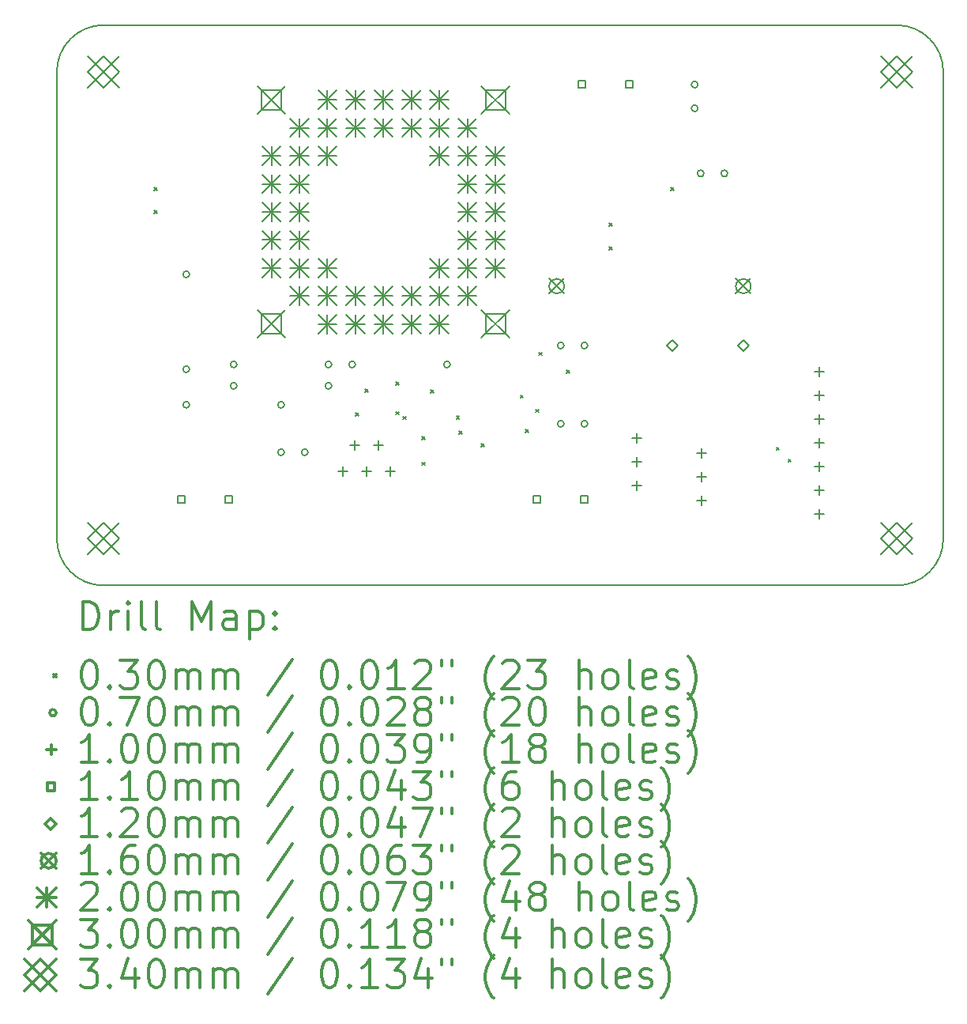
<source format=gbr>
%FSLAX45Y45*%
G04 Gerber Fmt 4.5, Leading zero omitted, Abs format (unit mm)*
G04 Created by KiCad (PCBNEW (5.0.0)) date 10/21/18 14:19:50*
%MOMM*%
%LPD*%
G01*
G04 APERTURE LIST*
%ADD10C,0.150000*%
%ADD11C,0.200000*%
%ADD12C,0.300000*%
G04 APERTURE END LIST*
D10*
X11000000Y-14000000D02*
G75*
G02X10500000Y-13500000I0J500000D01*
G01*
X10500000Y-8500000D02*
G75*
G02X11000000Y-8000000I500000J0D01*
G01*
X19500000Y-8000000D02*
G75*
G02X20000000Y-8500000I0J-500000D01*
G01*
X20000000Y-13500000D02*
G75*
G02X19500000Y-14000000I-500000J0D01*
G01*
X20000000Y-8500000D02*
X20000000Y-13500000D01*
X11000000Y-8000000D02*
X19500000Y-8000000D01*
X10500000Y-13500000D02*
X10500000Y-8500000D01*
X19500000Y-14000000D02*
X11000000Y-14000000D01*
D11*
X11542000Y-9738600D02*
X11572000Y-9768600D01*
X11572000Y-9738600D02*
X11542000Y-9768600D01*
X11542000Y-9985000D02*
X11572000Y-10015000D01*
X11572000Y-9985000D02*
X11542000Y-10015000D01*
X13701000Y-12151600D02*
X13731000Y-12181600D01*
X13731000Y-12151600D02*
X13701000Y-12181600D01*
X13802600Y-11897600D02*
X13832600Y-11927600D01*
X13832600Y-11897600D02*
X13802600Y-11927600D01*
X14132800Y-11821400D02*
X14162800Y-11851400D01*
X14162800Y-11821400D02*
X14132800Y-11851400D01*
X14132800Y-12138900D02*
X14162800Y-12168900D01*
X14162800Y-12138900D02*
X14132800Y-12168900D01*
X14209000Y-12189700D02*
X14239000Y-12219700D01*
X14239000Y-12189700D02*
X14209000Y-12219700D01*
X14412200Y-12405600D02*
X14442200Y-12435600D01*
X14442200Y-12405600D02*
X14412200Y-12435600D01*
X14412200Y-12682460D02*
X14442200Y-12712460D01*
X14442200Y-12682460D02*
X14412200Y-12712460D01*
X14505200Y-11906200D02*
X14535200Y-11936200D01*
X14535200Y-11906200D02*
X14505200Y-11936200D01*
X14780500Y-12184400D02*
X14810500Y-12214400D01*
X14810500Y-12184400D02*
X14780500Y-12214400D01*
X14810980Y-12347180D02*
X14840980Y-12377180D01*
X14840980Y-12347180D02*
X14810980Y-12377180D01*
X15047200Y-12481800D02*
X15077200Y-12511800D01*
X15077200Y-12481800D02*
X15047200Y-12511800D01*
X15466300Y-11961100D02*
X15496300Y-11991100D01*
X15496300Y-11961100D02*
X15466300Y-11991100D01*
X15523450Y-12328930D02*
X15553450Y-12358930D01*
X15553450Y-12328930D02*
X15523450Y-12358930D01*
X15631400Y-12113500D02*
X15661400Y-12143500D01*
X15661400Y-12113500D02*
X15631400Y-12143500D01*
X15665400Y-11503900D02*
X15695400Y-11533900D01*
X15695400Y-11503900D02*
X15665400Y-11533900D01*
X15961600Y-11694400D02*
X15991600Y-11724400D01*
X15991600Y-11694400D02*
X15961600Y-11724400D01*
X16418800Y-10119600D02*
X16448800Y-10149600D01*
X16448800Y-10119600D02*
X16418800Y-10149600D01*
X16418800Y-10373600D02*
X16448800Y-10403600D01*
X16448800Y-10373600D02*
X16418800Y-10403600D01*
X17079200Y-9738600D02*
X17109200Y-9768600D01*
X17109200Y-9738600D02*
X17079200Y-9768600D01*
X18209500Y-12519900D02*
X18239500Y-12549900D01*
X18239500Y-12519900D02*
X18209500Y-12549900D01*
X18336500Y-12646900D02*
X18366500Y-12676900D01*
X18366500Y-12646900D02*
X18336500Y-12676900D01*
X15935400Y-11430000D02*
G75*
G03X15935400Y-11430000I-35000J0D01*
G01*
X16189400Y-11430000D02*
G75*
G03X16189400Y-11430000I-35000J0D01*
G01*
X12430200Y-11861800D02*
G75*
G03X12430200Y-11861800I-35000J0D01*
G01*
X13446148Y-11862054D02*
G75*
G03X13446148Y-11862054I-35000J0D01*
G01*
X13700252Y-11633454D02*
G75*
G03X13700252Y-11633454I-35000J0D01*
G01*
X14716200Y-11633200D02*
G75*
G03X14716200Y-11633200I-35000J0D01*
G01*
X17434000Y-9588500D02*
G75*
G03X17434000Y-9588500I-35000J0D01*
G01*
X17688000Y-9588500D02*
G75*
G03X17688000Y-9588500I-35000J0D01*
G01*
X11921946Y-10668052D02*
G75*
G03X11921946Y-10668052I-35000J0D01*
G01*
X11922200Y-11684000D02*
G75*
G03X11922200Y-11684000I-35000J0D01*
G01*
X15935400Y-12268200D02*
G75*
G03X15935400Y-12268200I-35000J0D01*
G01*
X16189400Y-12268200D02*
G75*
G03X16189400Y-12268200I-35000J0D01*
G01*
X12938200Y-12573000D02*
G75*
G03X12938200Y-12573000I-35000J0D01*
G01*
X13192200Y-12573000D02*
G75*
G03X13192200Y-12573000I-35000J0D01*
G01*
X11922252Y-12064746D02*
G75*
G03X11922252Y-12064746I-35000J0D01*
G01*
X12938200Y-12065000D02*
G75*
G03X12938200Y-12065000I-35000J0D01*
G01*
X12430252Y-11632946D02*
G75*
G03X12430252Y-11632946I-35000J0D01*
G01*
X13446200Y-11633200D02*
G75*
G03X13446200Y-11633200I-35000J0D01*
G01*
X17370500Y-8636000D02*
G75*
G03X17370500Y-8636000I-35000J0D01*
G01*
X17370500Y-8890000D02*
G75*
G03X17370500Y-8890000I-35000J0D01*
G01*
X17411700Y-12535700D02*
X17411700Y-12635700D01*
X17361700Y-12585700D02*
X17461700Y-12585700D01*
X17411700Y-12789700D02*
X17411700Y-12889700D01*
X17361700Y-12839700D02*
X17461700Y-12839700D01*
X17411700Y-13043700D02*
X17411700Y-13143700D01*
X17361700Y-13093700D02*
X17461700Y-13093700D01*
X16713200Y-12370600D02*
X16713200Y-12470600D01*
X16663200Y-12420600D02*
X16763200Y-12420600D01*
X16713200Y-12624600D02*
X16713200Y-12724600D01*
X16663200Y-12674600D02*
X16763200Y-12674600D01*
X16713200Y-12878600D02*
X16713200Y-12978600D01*
X16663200Y-12928600D02*
X16763200Y-12928600D01*
X18669000Y-11659400D02*
X18669000Y-11759400D01*
X18619000Y-11709400D02*
X18719000Y-11709400D01*
X18669000Y-11913400D02*
X18669000Y-12013400D01*
X18619000Y-11963400D02*
X18719000Y-11963400D01*
X18669000Y-12167400D02*
X18669000Y-12267400D01*
X18619000Y-12217400D02*
X18719000Y-12217400D01*
X18669000Y-12421400D02*
X18669000Y-12521400D01*
X18619000Y-12471400D02*
X18719000Y-12471400D01*
X18669000Y-12675400D02*
X18669000Y-12775400D01*
X18619000Y-12725400D02*
X18719000Y-12725400D01*
X18669000Y-12929400D02*
X18669000Y-13029400D01*
X18619000Y-12979400D02*
X18719000Y-12979400D01*
X18669000Y-13183400D02*
X18669000Y-13283400D01*
X18619000Y-13233400D02*
X18719000Y-13233400D01*
X13690600Y-12446800D02*
X13690600Y-12546800D01*
X13640600Y-12496800D02*
X13740600Y-12496800D01*
X13944600Y-12446800D02*
X13944600Y-12546800D01*
X13894600Y-12496800D02*
X13994600Y-12496800D01*
X13563600Y-12726200D02*
X13563600Y-12826200D01*
X13513600Y-12776200D02*
X13613600Y-12776200D01*
X13817600Y-12726200D02*
X13817600Y-12826200D01*
X13767600Y-12776200D02*
X13867600Y-12776200D01*
X14071600Y-12726200D02*
X14071600Y-12826200D01*
X14021600Y-12776200D02*
X14121600Y-12776200D01*
X11875291Y-13119891D02*
X11875291Y-13042109D01*
X11797509Y-13042109D01*
X11797509Y-13119891D01*
X11875291Y-13119891D01*
X12383291Y-13119891D02*
X12383291Y-13042109D01*
X12305509Y-13042109D01*
X12305509Y-13119891D01*
X12383291Y-13119891D01*
X15685291Y-13119891D02*
X15685291Y-13042109D01*
X15607509Y-13042109D01*
X15607509Y-13119891D01*
X15685291Y-13119891D01*
X16193291Y-13119891D02*
X16193291Y-13042109D01*
X16115509Y-13042109D01*
X16115509Y-13119891D01*
X16193291Y-13119891D01*
X16167891Y-8674891D02*
X16167891Y-8597109D01*
X16090109Y-8597109D01*
X16090109Y-8674891D01*
X16167891Y-8674891D01*
X16675891Y-8674891D02*
X16675891Y-8597109D01*
X16598109Y-8597109D01*
X16598109Y-8674891D01*
X16675891Y-8674891D01*
X17094200Y-11490000D02*
X17154200Y-11430000D01*
X17094200Y-11370000D01*
X17034200Y-11430000D01*
X17094200Y-11490000D01*
X17856200Y-11490000D02*
X17916200Y-11430000D01*
X17856200Y-11370000D01*
X17796200Y-11430000D01*
X17856200Y-11490000D01*
X15776200Y-10715000D02*
X15936200Y-10875000D01*
X15936200Y-10715000D02*
X15776200Y-10875000D01*
X15936200Y-10795000D02*
G75*
G03X15936200Y-10795000I-80000J0D01*
G01*
X17776200Y-10715000D02*
X17936200Y-10875000D01*
X17936200Y-10715000D02*
X17776200Y-10875000D01*
X17936200Y-10795000D02*
G75*
G03X17936200Y-10795000I-80000J0D01*
G01*
X12700000Y-9300000D02*
X12900000Y-9500000D01*
X12900000Y-9300000D02*
X12700000Y-9500000D01*
X12800000Y-9300000D02*
X12800000Y-9500000D01*
X12700000Y-9400000D02*
X12900000Y-9400000D01*
X12700000Y-9600000D02*
X12900000Y-9800000D01*
X12900000Y-9600000D02*
X12700000Y-9800000D01*
X12800000Y-9600000D02*
X12800000Y-9800000D01*
X12700000Y-9700000D02*
X12900000Y-9700000D01*
X12700000Y-9900000D02*
X12900000Y-10100000D01*
X12900000Y-9900000D02*
X12700000Y-10100000D01*
X12800000Y-9900000D02*
X12800000Y-10100000D01*
X12700000Y-10000000D02*
X12900000Y-10000000D01*
X12700000Y-10200000D02*
X12900000Y-10400000D01*
X12900000Y-10200000D02*
X12700000Y-10400000D01*
X12800000Y-10200000D02*
X12800000Y-10400000D01*
X12700000Y-10300000D02*
X12900000Y-10300000D01*
X12700000Y-10500000D02*
X12900000Y-10700000D01*
X12900000Y-10500000D02*
X12700000Y-10700000D01*
X12800000Y-10500000D02*
X12800000Y-10700000D01*
X12700000Y-10600000D02*
X12900000Y-10600000D01*
X13000000Y-9000000D02*
X13200000Y-9200000D01*
X13200000Y-9000000D02*
X13000000Y-9200000D01*
X13100000Y-9000000D02*
X13100000Y-9200000D01*
X13000000Y-9100000D02*
X13200000Y-9100000D01*
X13000000Y-9300000D02*
X13200000Y-9500000D01*
X13200000Y-9300000D02*
X13000000Y-9500000D01*
X13100000Y-9300000D02*
X13100000Y-9500000D01*
X13000000Y-9400000D02*
X13200000Y-9400000D01*
X13000000Y-9600000D02*
X13200000Y-9800000D01*
X13200000Y-9600000D02*
X13000000Y-9800000D01*
X13100000Y-9600000D02*
X13100000Y-9800000D01*
X13000000Y-9700000D02*
X13200000Y-9700000D01*
X13000000Y-9900000D02*
X13200000Y-10100000D01*
X13200000Y-9900000D02*
X13000000Y-10100000D01*
X13100000Y-9900000D02*
X13100000Y-10100000D01*
X13000000Y-10000000D02*
X13200000Y-10000000D01*
X13000000Y-10200000D02*
X13200000Y-10400000D01*
X13200000Y-10200000D02*
X13000000Y-10400000D01*
X13100000Y-10200000D02*
X13100000Y-10400000D01*
X13000000Y-10300000D02*
X13200000Y-10300000D01*
X13000000Y-10500000D02*
X13200000Y-10700000D01*
X13200000Y-10500000D02*
X13000000Y-10700000D01*
X13100000Y-10500000D02*
X13100000Y-10700000D01*
X13000000Y-10600000D02*
X13200000Y-10600000D01*
X13000000Y-10800000D02*
X13200000Y-11000000D01*
X13200000Y-10800000D02*
X13000000Y-11000000D01*
X13100000Y-10800000D02*
X13100000Y-11000000D01*
X13000000Y-10900000D02*
X13200000Y-10900000D01*
X13300000Y-8700000D02*
X13500000Y-8900000D01*
X13500000Y-8700000D02*
X13300000Y-8900000D01*
X13400000Y-8700000D02*
X13400000Y-8900000D01*
X13300000Y-8800000D02*
X13500000Y-8800000D01*
X13300000Y-9000000D02*
X13500000Y-9200000D01*
X13500000Y-9000000D02*
X13300000Y-9200000D01*
X13400000Y-9000000D02*
X13400000Y-9200000D01*
X13300000Y-9100000D02*
X13500000Y-9100000D01*
X13300000Y-9300000D02*
X13500000Y-9500000D01*
X13500000Y-9300000D02*
X13300000Y-9500000D01*
X13400000Y-9300000D02*
X13400000Y-9500000D01*
X13300000Y-9400000D02*
X13500000Y-9400000D01*
X13300000Y-10500000D02*
X13500000Y-10700000D01*
X13500000Y-10500000D02*
X13300000Y-10700000D01*
X13400000Y-10500000D02*
X13400000Y-10700000D01*
X13300000Y-10600000D02*
X13500000Y-10600000D01*
X13300000Y-10800000D02*
X13500000Y-11000000D01*
X13500000Y-10800000D02*
X13300000Y-11000000D01*
X13400000Y-10800000D02*
X13400000Y-11000000D01*
X13300000Y-10900000D02*
X13500000Y-10900000D01*
X13300000Y-11100000D02*
X13500000Y-11300000D01*
X13500000Y-11100000D02*
X13300000Y-11300000D01*
X13400000Y-11100000D02*
X13400000Y-11300000D01*
X13300000Y-11200000D02*
X13500000Y-11200000D01*
X13600000Y-8700000D02*
X13800000Y-8900000D01*
X13800000Y-8700000D02*
X13600000Y-8900000D01*
X13700000Y-8700000D02*
X13700000Y-8900000D01*
X13600000Y-8800000D02*
X13800000Y-8800000D01*
X13600000Y-9000000D02*
X13800000Y-9200000D01*
X13800000Y-9000000D02*
X13600000Y-9200000D01*
X13700000Y-9000000D02*
X13700000Y-9200000D01*
X13600000Y-9100000D02*
X13800000Y-9100000D01*
X13600000Y-10800000D02*
X13800000Y-11000000D01*
X13800000Y-10800000D02*
X13600000Y-11000000D01*
X13700000Y-10800000D02*
X13700000Y-11000000D01*
X13600000Y-10900000D02*
X13800000Y-10900000D01*
X13600000Y-11100000D02*
X13800000Y-11300000D01*
X13800000Y-11100000D02*
X13600000Y-11300000D01*
X13700000Y-11100000D02*
X13700000Y-11300000D01*
X13600000Y-11200000D02*
X13800000Y-11200000D01*
X13900000Y-8700000D02*
X14100000Y-8900000D01*
X14100000Y-8700000D02*
X13900000Y-8900000D01*
X14000000Y-8700000D02*
X14000000Y-8900000D01*
X13900000Y-8800000D02*
X14100000Y-8800000D01*
X13900000Y-9000000D02*
X14100000Y-9200000D01*
X14100000Y-9000000D02*
X13900000Y-9200000D01*
X14000000Y-9000000D02*
X14000000Y-9200000D01*
X13900000Y-9100000D02*
X14100000Y-9100000D01*
X13900000Y-10800000D02*
X14100000Y-11000000D01*
X14100000Y-10800000D02*
X13900000Y-11000000D01*
X14000000Y-10800000D02*
X14000000Y-11000000D01*
X13900000Y-10900000D02*
X14100000Y-10900000D01*
X13900000Y-11100000D02*
X14100000Y-11300000D01*
X14100000Y-11100000D02*
X13900000Y-11300000D01*
X14000000Y-11100000D02*
X14000000Y-11300000D01*
X13900000Y-11200000D02*
X14100000Y-11200000D01*
X14200000Y-8700000D02*
X14400000Y-8900000D01*
X14400000Y-8700000D02*
X14200000Y-8900000D01*
X14300000Y-8700000D02*
X14300000Y-8900000D01*
X14200000Y-8800000D02*
X14400000Y-8800000D01*
X14200000Y-9000000D02*
X14400000Y-9200000D01*
X14400000Y-9000000D02*
X14200000Y-9200000D01*
X14300000Y-9000000D02*
X14300000Y-9200000D01*
X14200000Y-9100000D02*
X14400000Y-9100000D01*
X14200000Y-10800000D02*
X14400000Y-11000000D01*
X14400000Y-10800000D02*
X14200000Y-11000000D01*
X14300000Y-10800000D02*
X14300000Y-11000000D01*
X14200000Y-10900000D02*
X14400000Y-10900000D01*
X14200000Y-11100000D02*
X14400000Y-11300000D01*
X14400000Y-11100000D02*
X14200000Y-11300000D01*
X14300000Y-11100000D02*
X14300000Y-11300000D01*
X14200000Y-11200000D02*
X14400000Y-11200000D01*
X14500000Y-8700000D02*
X14700000Y-8900000D01*
X14700000Y-8700000D02*
X14500000Y-8900000D01*
X14600000Y-8700000D02*
X14600000Y-8900000D01*
X14500000Y-8800000D02*
X14700000Y-8800000D01*
X14500000Y-9000000D02*
X14700000Y-9200000D01*
X14700000Y-9000000D02*
X14500000Y-9200000D01*
X14600000Y-9000000D02*
X14600000Y-9200000D01*
X14500000Y-9100000D02*
X14700000Y-9100000D01*
X14500000Y-9300000D02*
X14700000Y-9500000D01*
X14700000Y-9300000D02*
X14500000Y-9500000D01*
X14600000Y-9300000D02*
X14600000Y-9500000D01*
X14500000Y-9400000D02*
X14700000Y-9400000D01*
X14500000Y-10500000D02*
X14700000Y-10700000D01*
X14700000Y-10500000D02*
X14500000Y-10700000D01*
X14600000Y-10500000D02*
X14600000Y-10700000D01*
X14500000Y-10600000D02*
X14700000Y-10600000D01*
X14500000Y-10800000D02*
X14700000Y-11000000D01*
X14700000Y-10800000D02*
X14500000Y-11000000D01*
X14600000Y-10800000D02*
X14600000Y-11000000D01*
X14500000Y-10900000D02*
X14700000Y-10900000D01*
X14500000Y-11100000D02*
X14700000Y-11300000D01*
X14700000Y-11100000D02*
X14500000Y-11300000D01*
X14600000Y-11100000D02*
X14600000Y-11300000D01*
X14500000Y-11200000D02*
X14700000Y-11200000D01*
X14800000Y-9000000D02*
X15000000Y-9200000D01*
X15000000Y-9000000D02*
X14800000Y-9200000D01*
X14900000Y-9000000D02*
X14900000Y-9200000D01*
X14800000Y-9100000D02*
X15000000Y-9100000D01*
X14800000Y-9300000D02*
X15000000Y-9500000D01*
X15000000Y-9300000D02*
X14800000Y-9500000D01*
X14900000Y-9300000D02*
X14900000Y-9500000D01*
X14800000Y-9400000D02*
X15000000Y-9400000D01*
X14800000Y-9600000D02*
X15000000Y-9800000D01*
X15000000Y-9600000D02*
X14800000Y-9800000D01*
X14900000Y-9600000D02*
X14900000Y-9800000D01*
X14800000Y-9700000D02*
X15000000Y-9700000D01*
X14800000Y-9900000D02*
X15000000Y-10100000D01*
X15000000Y-9900000D02*
X14800000Y-10100000D01*
X14900000Y-9900000D02*
X14900000Y-10100000D01*
X14800000Y-10000000D02*
X15000000Y-10000000D01*
X14800000Y-10200000D02*
X15000000Y-10400000D01*
X15000000Y-10200000D02*
X14800000Y-10400000D01*
X14900000Y-10200000D02*
X14900000Y-10400000D01*
X14800000Y-10300000D02*
X15000000Y-10300000D01*
X14800000Y-10500000D02*
X15000000Y-10700000D01*
X15000000Y-10500000D02*
X14800000Y-10700000D01*
X14900000Y-10500000D02*
X14900000Y-10700000D01*
X14800000Y-10600000D02*
X15000000Y-10600000D01*
X14800000Y-10800000D02*
X15000000Y-11000000D01*
X15000000Y-10800000D02*
X14800000Y-11000000D01*
X14900000Y-10800000D02*
X14900000Y-11000000D01*
X14800000Y-10900000D02*
X15000000Y-10900000D01*
X15100000Y-9300000D02*
X15300000Y-9500000D01*
X15300000Y-9300000D02*
X15100000Y-9500000D01*
X15200000Y-9300000D02*
X15200000Y-9500000D01*
X15100000Y-9400000D02*
X15300000Y-9400000D01*
X15100000Y-9600000D02*
X15300000Y-9800000D01*
X15300000Y-9600000D02*
X15100000Y-9800000D01*
X15200000Y-9600000D02*
X15200000Y-9800000D01*
X15100000Y-9700000D02*
X15300000Y-9700000D01*
X15100000Y-9900000D02*
X15300000Y-10100000D01*
X15300000Y-9900000D02*
X15100000Y-10100000D01*
X15200000Y-9900000D02*
X15200000Y-10100000D01*
X15100000Y-10000000D02*
X15300000Y-10000000D01*
X15100000Y-10200000D02*
X15300000Y-10400000D01*
X15300000Y-10200000D02*
X15100000Y-10400000D01*
X15200000Y-10200000D02*
X15200000Y-10400000D01*
X15100000Y-10300000D02*
X15300000Y-10300000D01*
X15100000Y-10500000D02*
X15300000Y-10700000D01*
X15300000Y-10500000D02*
X15100000Y-10700000D01*
X15200000Y-10500000D02*
X15200000Y-10700000D01*
X15100000Y-10600000D02*
X15300000Y-10600000D01*
X12650000Y-8650000D02*
X12950000Y-8950000D01*
X12950000Y-8650000D02*
X12650000Y-8950000D01*
X12906067Y-8906067D02*
X12906067Y-8693933D01*
X12693933Y-8693933D01*
X12693933Y-8906067D01*
X12906067Y-8906067D01*
X12650000Y-11050000D02*
X12950000Y-11350000D01*
X12950000Y-11050000D02*
X12650000Y-11350000D01*
X12906067Y-11306067D02*
X12906067Y-11093933D01*
X12693933Y-11093933D01*
X12693933Y-11306067D01*
X12906067Y-11306067D01*
X15050000Y-8650000D02*
X15350000Y-8950000D01*
X15350000Y-8650000D02*
X15050000Y-8950000D01*
X15306067Y-8906067D02*
X15306067Y-8693933D01*
X15093933Y-8693933D01*
X15093933Y-8906067D01*
X15306067Y-8906067D01*
X15050000Y-11050000D02*
X15350000Y-11350000D01*
X15350000Y-11050000D02*
X15050000Y-11350000D01*
X15306067Y-11306067D02*
X15306067Y-11093933D01*
X15093933Y-11093933D01*
X15093933Y-11306067D01*
X15306067Y-11306067D01*
X19330000Y-13330000D02*
X19670000Y-13670000D01*
X19670000Y-13330000D02*
X19330000Y-13670000D01*
X19500000Y-13670000D02*
X19670000Y-13500000D01*
X19500000Y-13330000D01*
X19330000Y-13500000D01*
X19500000Y-13670000D01*
X10830000Y-8330000D02*
X11170000Y-8670000D01*
X11170000Y-8330000D02*
X10830000Y-8670000D01*
X11000000Y-8670000D02*
X11170000Y-8500000D01*
X11000000Y-8330000D01*
X10830000Y-8500000D01*
X11000000Y-8670000D01*
X10830000Y-13330000D02*
X11170000Y-13670000D01*
X11170000Y-13330000D02*
X10830000Y-13670000D01*
X11000000Y-13670000D02*
X11170000Y-13500000D01*
X11000000Y-13330000D01*
X10830000Y-13500000D01*
X11000000Y-13670000D01*
X19330000Y-8330000D02*
X19670000Y-8670000D01*
X19670000Y-8330000D02*
X19330000Y-8670000D01*
X19500000Y-8670000D02*
X19670000Y-8500000D01*
X19500000Y-8330000D01*
X19330000Y-8500000D01*
X19500000Y-8670000D01*
D12*
X10778928Y-14473214D02*
X10778928Y-14173214D01*
X10850357Y-14173214D01*
X10893214Y-14187500D01*
X10921786Y-14216071D01*
X10936071Y-14244643D01*
X10950357Y-14301786D01*
X10950357Y-14344643D01*
X10936071Y-14401786D01*
X10921786Y-14430357D01*
X10893214Y-14458929D01*
X10850357Y-14473214D01*
X10778928Y-14473214D01*
X11078928Y-14473214D02*
X11078928Y-14273214D01*
X11078928Y-14330357D02*
X11093214Y-14301786D01*
X11107500Y-14287500D01*
X11136071Y-14273214D01*
X11164643Y-14273214D01*
X11264643Y-14473214D02*
X11264643Y-14273214D01*
X11264643Y-14173214D02*
X11250357Y-14187500D01*
X11264643Y-14201786D01*
X11278928Y-14187500D01*
X11264643Y-14173214D01*
X11264643Y-14201786D01*
X11450357Y-14473214D02*
X11421786Y-14458929D01*
X11407500Y-14430357D01*
X11407500Y-14173214D01*
X11607500Y-14473214D02*
X11578928Y-14458929D01*
X11564643Y-14430357D01*
X11564643Y-14173214D01*
X11950357Y-14473214D02*
X11950357Y-14173214D01*
X12050357Y-14387500D01*
X12150357Y-14173214D01*
X12150357Y-14473214D01*
X12421786Y-14473214D02*
X12421786Y-14316071D01*
X12407500Y-14287500D01*
X12378928Y-14273214D01*
X12321786Y-14273214D01*
X12293214Y-14287500D01*
X12421786Y-14458929D02*
X12393214Y-14473214D01*
X12321786Y-14473214D01*
X12293214Y-14458929D01*
X12278928Y-14430357D01*
X12278928Y-14401786D01*
X12293214Y-14373214D01*
X12321786Y-14358929D01*
X12393214Y-14358929D01*
X12421786Y-14344643D01*
X12564643Y-14273214D02*
X12564643Y-14573214D01*
X12564643Y-14287500D02*
X12593214Y-14273214D01*
X12650357Y-14273214D01*
X12678928Y-14287500D01*
X12693214Y-14301786D01*
X12707500Y-14330357D01*
X12707500Y-14416071D01*
X12693214Y-14444643D01*
X12678928Y-14458929D01*
X12650357Y-14473214D01*
X12593214Y-14473214D01*
X12564643Y-14458929D01*
X12836071Y-14444643D02*
X12850357Y-14458929D01*
X12836071Y-14473214D01*
X12821786Y-14458929D01*
X12836071Y-14444643D01*
X12836071Y-14473214D01*
X12836071Y-14287500D02*
X12850357Y-14301786D01*
X12836071Y-14316071D01*
X12821786Y-14301786D01*
X12836071Y-14287500D01*
X12836071Y-14316071D01*
X10462500Y-14952500D02*
X10492500Y-14982500D01*
X10492500Y-14952500D02*
X10462500Y-14982500D01*
X10836071Y-14803214D02*
X10864643Y-14803214D01*
X10893214Y-14817500D01*
X10907500Y-14831786D01*
X10921786Y-14860357D01*
X10936071Y-14917500D01*
X10936071Y-14988929D01*
X10921786Y-15046071D01*
X10907500Y-15074643D01*
X10893214Y-15088929D01*
X10864643Y-15103214D01*
X10836071Y-15103214D01*
X10807500Y-15088929D01*
X10793214Y-15074643D01*
X10778928Y-15046071D01*
X10764643Y-14988929D01*
X10764643Y-14917500D01*
X10778928Y-14860357D01*
X10793214Y-14831786D01*
X10807500Y-14817500D01*
X10836071Y-14803214D01*
X11064643Y-15074643D02*
X11078928Y-15088929D01*
X11064643Y-15103214D01*
X11050357Y-15088929D01*
X11064643Y-15074643D01*
X11064643Y-15103214D01*
X11178928Y-14803214D02*
X11364643Y-14803214D01*
X11264643Y-14917500D01*
X11307500Y-14917500D01*
X11336071Y-14931786D01*
X11350357Y-14946071D01*
X11364643Y-14974643D01*
X11364643Y-15046071D01*
X11350357Y-15074643D01*
X11336071Y-15088929D01*
X11307500Y-15103214D01*
X11221786Y-15103214D01*
X11193214Y-15088929D01*
X11178928Y-15074643D01*
X11550357Y-14803214D02*
X11578928Y-14803214D01*
X11607500Y-14817500D01*
X11621786Y-14831786D01*
X11636071Y-14860357D01*
X11650357Y-14917500D01*
X11650357Y-14988929D01*
X11636071Y-15046071D01*
X11621786Y-15074643D01*
X11607500Y-15088929D01*
X11578928Y-15103214D01*
X11550357Y-15103214D01*
X11521786Y-15088929D01*
X11507500Y-15074643D01*
X11493214Y-15046071D01*
X11478928Y-14988929D01*
X11478928Y-14917500D01*
X11493214Y-14860357D01*
X11507500Y-14831786D01*
X11521786Y-14817500D01*
X11550357Y-14803214D01*
X11778928Y-15103214D02*
X11778928Y-14903214D01*
X11778928Y-14931786D02*
X11793214Y-14917500D01*
X11821786Y-14903214D01*
X11864643Y-14903214D01*
X11893214Y-14917500D01*
X11907500Y-14946071D01*
X11907500Y-15103214D01*
X11907500Y-14946071D02*
X11921786Y-14917500D01*
X11950357Y-14903214D01*
X11993214Y-14903214D01*
X12021786Y-14917500D01*
X12036071Y-14946071D01*
X12036071Y-15103214D01*
X12178928Y-15103214D02*
X12178928Y-14903214D01*
X12178928Y-14931786D02*
X12193214Y-14917500D01*
X12221786Y-14903214D01*
X12264643Y-14903214D01*
X12293214Y-14917500D01*
X12307500Y-14946071D01*
X12307500Y-15103214D01*
X12307500Y-14946071D02*
X12321786Y-14917500D01*
X12350357Y-14903214D01*
X12393214Y-14903214D01*
X12421786Y-14917500D01*
X12436071Y-14946071D01*
X12436071Y-15103214D01*
X13021786Y-14788929D02*
X12764643Y-15174643D01*
X13407500Y-14803214D02*
X13436071Y-14803214D01*
X13464643Y-14817500D01*
X13478928Y-14831786D01*
X13493214Y-14860357D01*
X13507500Y-14917500D01*
X13507500Y-14988929D01*
X13493214Y-15046071D01*
X13478928Y-15074643D01*
X13464643Y-15088929D01*
X13436071Y-15103214D01*
X13407500Y-15103214D01*
X13378928Y-15088929D01*
X13364643Y-15074643D01*
X13350357Y-15046071D01*
X13336071Y-14988929D01*
X13336071Y-14917500D01*
X13350357Y-14860357D01*
X13364643Y-14831786D01*
X13378928Y-14817500D01*
X13407500Y-14803214D01*
X13636071Y-15074643D02*
X13650357Y-15088929D01*
X13636071Y-15103214D01*
X13621786Y-15088929D01*
X13636071Y-15074643D01*
X13636071Y-15103214D01*
X13836071Y-14803214D02*
X13864643Y-14803214D01*
X13893214Y-14817500D01*
X13907500Y-14831786D01*
X13921786Y-14860357D01*
X13936071Y-14917500D01*
X13936071Y-14988929D01*
X13921786Y-15046071D01*
X13907500Y-15074643D01*
X13893214Y-15088929D01*
X13864643Y-15103214D01*
X13836071Y-15103214D01*
X13807500Y-15088929D01*
X13793214Y-15074643D01*
X13778928Y-15046071D01*
X13764643Y-14988929D01*
X13764643Y-14917500D01*
X13778928Y-14860357D01*
X13793214Y-14831786D01*
X13807500Y-14817500D01*
X13836071Y-14803214D01*
X14221786Y-15103214D02*
X14050357Y-15103214D01*
X14136071Y-15103214D02*
X14136071Y-14803214D01*
X14107500Y-14846071D01*
X14078928Y-14874643D01*
X14050357Y-14888929D01*
X14336071Y-14831786D02*
X14350357Y-14817500D01*
X14378928Y-14803214D01*
X14450357Y-14803214D01*
X14478928Y-14817500D01*
X14493214Y-14831786D01*
X14507500Y-14860357D01*
X14507500Y-14888929D01*
X14493214Y-14931786D01*
X14321786Y-15103214D01*
X14507500Y-15103214D01*
X14621786Y-14803214D02*
X14621786Y-14860357D01*
X14736071Y-14803214D02*
X14736071Y-14860357D01*
X15178928Y-15217500D02*
X15164643Y-15203214D01*
X15136071Y-15160357D01*
X15121786Y-15131786D01*
X15107500Y-15088929D01*
X15093214Y-15017500D01*
X15093214Y-14960357D01*
X15107500Y-14888929D01*
X15121786Y-14846071D01*
X15136071Y-14817500D01*
X15164643Y-14774643D01*
X15178928Y-14760357D01*
X15278928Y-14831786D02*
X15293214Y-14817500D01*
X15321786Y-14803214D01*
X15393214Y-14803214D01*
X15421786Y-14817500D01*
X15436071Y-14831786D01*
X15450357Y-14860357D01*
X15450357Y-14888929D01*
X15436071Y-14931786D01*
X15264643Y-15103214D01*
X15450357Y-15103214D01*
X15550357Y-14803214D02*
X15736071Y-14803214D01*
X15636071Y-14917500D01*
X15678928Y-14917500D01*
X15707500Y-14931786D01*
X15721786Y-14946071D01*
X15736071Y-14974643D01*
X15736071Y-15046071D01*
X15721786Y-15074643D01*
X15707500Y-15088929D01*
X15678928Y-15103214D01*
X15593214Y-15103214D01*
X15564643Y-15088929D01*
X15550357Y-15074643D01*
X16093214Y-15103214D02*
X16093214Y-14803214D01*
X16221786Y-15103214D02*
X16221786Y-14946071D01*
X16207500Y-14917500D01*
X16178928Y-14903214D01*
X16136071Y-14903214D01*
X16107500Y-14917500D01*
X16093214Y-14931786D01*
X16407500Y-15103214D02*
X16378928Y-15088929D01*
X16364643Y-15074643D01*
X16350357Y-15046071D01*
X16350357Y-14960357D01*
X16364643Y-14931786D01*
X16378928Y-14917500D01*
X16407500Y-14903214D01*
X16450357Y-14903214D01*
X16478928Y-14917500D01*
X16493214Y-14931786D01*
X16507500Y-14960357D01*
X16507500Y-15046071D01*
X16493214Y-15074643D01*
X16478928Y-15088929D01*
X16450357Y-15103214D01*
X16407500Y-15103214D01*
X16678928Y-15103214D02*
X16650357Y-15088929D01*
X16636071Y-15060357D01*
X16636071Y-14803214D01*
X16907500Y-15088929D02*
X16878928Y-15103214D01*
X16821786Y-15103214D01*
X16793214Y-15088929D01*
X16778928Y-15060357D01*
X16778928Y-14946071D01*
X16793214Y-14917500D01*
X16821786Y-14903214D01*
X16878928Y-14903214D01*
X16907500Y-14917500D01*
X16921786Y-14946071D01*
X16921786Y-14974643D01*
X16778928Y-15003214D01*
X17036071Y-15088929D02*
X17064643Y-15103214D01*
X17121786Y-15103214D01*
X17150357Y-15088929D01*
X17164643Y-15060357D01*
X17164643Y-15046071D01*
X17150357Y-15017500D01*
X17121786Y-15003214D01*
X17078928Y-15003214D01*
X17050357Y-14988929D01*
X17036071Y-14960357D01*
X17036071Y-14946071D01*
X17050357Y-14917500D01*
X17078928Y-14903214D01*
X17121786Y-14903214D01*
X17150357Y-14917500D01*
X17264643Y-15217500D02*
X17278928Y-15203214D01*
X17307500Y-15160357D01*
X17321786Y-15131786D01*
X17336071Y-15088929D01*
X17350357Y-15017500D01*
X17350357Y-14960357D01*
X17336071Y-14888929D01*
X17321786Y-14846071D01*
X17307500Y-14817500D01*
X17278928Y-14774643D01*
X17264643Y-14760357D01*
X10492500Y-15363500D02*
G75*
G03X10492500Y-15363500I-35000J0D01*
G01*
X10836071Y-15199214D02*
X10864643Y-15199214D01*
X10893214Y-15213500D01*
X10907500Y-15227786D01*
X10921786Y-15256357D01*
X10936071Y-15313500D01*
X10936071Y-15384929D01*
X10921786Y-15442071D01*
X10907500Y-15470643D01*
X10893214Y-15484929D01*
X10864643Y-15499214D01*
X10836071Y-15499214D01*
X10807500Y-15484929D01*
X10793214Y-15470643D01*
X10778928Y-15442071D01*
X10764643Y-15384929D01*
X10764643Y-15313500D01*
X10778928Y-15256357D01*
X10793214Y-15227786D01*
X10807500Y-15213500D01*
X10836071Y-15199214D01*
X11064643Y-15470643D02*
X11078928Y-15484929D01*
X11064643Y-15499214D01*
X11050357Y-15484929D01*
X11064643Y-15470643D01*
X11064643Y-15499214D01*
X11178928Y-15199214D02*
X11378928Y-15199214D01*
X11250357Y-15499214D01*
X11550357Y-15199214D02*
X11578928Y-15199214D01*
X11607500Y-15213500D01*
X11621786Y-15227786D01*
X11636071Y-15256357D01*
X11650357Y-15313500D01*
X11650357Y-15384929D01*
X11636071Y-15442071D01*
X11621786Y-15470643D01*
X11607500Y-15484929D01*
X11578928Y-15499214D01*
X11550357Y-15499214D01*
X11521786Y-15484929D01*
X11507500Y-15470643D01*
X11493214Y-15442071D01*
X11478928Y-15384929D01*
X11478928Y-15313500D01*
X11493214Y-15256357D01*
X11507500Y-15227786D01*
X11521786Y-15213500D01*
X11550357Y-15199214D01*
X11778928Y-15499214D02*
X11778928Y-15299214D01*
X11778928Y-15327786D02*
X11793214Y-15313500D01*
X11821786Y-15299214D01*
X11864643Y-15299214D01*
X11893214Y-15313500D01*
X11907500Y-15342071D01*
X11907500Y-15499214D01*
X11907500Y-15342071D02*
X11921786Y-15313500D01*
X11950357Y-15299214D01*
X11993214Y-15299214D01*
X12021786Y-15313500D01*
X12036071Y-15342071D01*
X12036071Y-15499214D01*
X12178928Y-15499214D02*
X12178928Y-15299214D01*
X12178928Y-15327786D02*
X12193214Y-15313500D01*
X12221786Y-15299214D01*
X12264643Y-15299214D01*
X12293214Y-15313500D01*
X12307500Y-15342071D01*
X12307500Y-15499214D01*
X12307500Y-15342071D02*
X12321786Y-15313500D01*
X12350357Y-15299214D01*
X12393214Y-15299214D01*
X12421786Y-15313500D01*
X12436071Y-15342071D01*
X12436071Y-15499214D01*
X13021786Y-15184929D02*
X12764643Y-15570643D01*
X13407500Y-15199214D02*
X13436071Y-15199214D01*
X13464643Y-15213500D01*
X13478928Y-15227786D01*
X13493214Y-15256357D01*
X13507500Y-15313500D01*
X13507500Y-15384929D01*
X13493214Y-15442071D01*
X13478928Y-15470643D01*
X13464643Y-15484929D01*
X13436071Y-15499214D01*
X13407500Y-15499214D01*
X13378928Y-15484929D01*
X13364643Y-15470643D01*
X13350357Y-15442071D01*
X13336071Y-15384929D01*
X13336071Y-15313500D01*
X13350357Y-15256357D01*
X13364643Y-15227786D01*
X13378928Y-15213500D01*
X13407500Y-15199214D01*
X13636071Y-15470643D02*
X13650357Y-15484929D01*
X13636071Y-15499214D01*
X13621786Y-15484929D01*
X13636071Y-15470643D01*
X13636071Y-15499214D01*
X13836071Y-15199214D02*
X13864643Y-15199214D01*
X13893214Y-15213500D01*
X13907500Y-15227786D01*
X13921786Y-15256357D01*
X13936071Y-15313500D01*
X13936071Y-15384929D01*
X13921786Y-15442071D01*
X13907500Y-15470643D01*
X13893214Y-15484929D01*
X13864643Y-15499214D01*
X13836071Y-15499214D01*
X13807500Y-15484929D01*
X13793214Y-15470643D01*
X13778928Y-15442071D01*
X13764643Y-15384929D01*
X13764643Y-15313500D01*
X13778928Y-15256357D01*
X13793214Y-15227786D01*
X13807500Y-15213500D01*
X13836071Y-15199214D01*
X14050357Y-15227786D02*
X14064643Y-15213500D01*
X14093214Y-15199214D01*
X14164643Y-15199214D01*
X14193214Y-15213500D01*
X14207500Y-15227786D01*
X14221786Y-15256357D01*
X14221786Y-15284929D01*
X14207500Y-15327786D01*
X14036071Y-15499214D01*
X14221786Y-15499214D01*
X14393214Y-15327786D02*
X14364643Y-15313500D01*
X14350357Y-15299214D01*
X14336071Y-15270643D01*
X14336071Y-15256357D01*
X14350357Y-15227786D01*
X14364643Y-15213500D01*
X14393214Y-15199214D01*
X14450357Y-15199214D01*
X14478928Y-15213500D01*
X14493214Y-15227786D01*
X14507500Y-15256357D01*
X14507500Y-15270643D01*
X14493214Y-15299214D01*
X14478928Y-15313500D01*
X14450357Y-15327786D01*
X14393214Y-15327786D01*
X14364643Y-15342071D01*
X14350357Y-15356357D01*
X14336071Y-15384929D01*
X14336071Y-15442071D01*
X14350357Y-15470643D01*
X14364643Y-15484929D01*
X14393214Y-15499214D01*
X14450357Y-15499214D01*
X14478928Y-15484929D01*
X14493214Y-15470643D01*
X14507500Y-15442071D01*
X14507500Y-15384929D01*
X14493214Y-15356357D01*
X14478928Y-15342071D01*
X14450357Y-15327786D01*
X14621786Y-15199214D02*
X14621786Y-15256357D01*
X14736071Y-15199214D02*
X14736071Y-15256357D01*
X15178928Y-15613500D02*
X15164643Y-15599214D01*
X15136071Y-15556357D01*
X15121786Y-15527786D01*
X15107500Y-15484929D01*
X15093214Y-15413500D01*
X15093214Y-15356357D01*
X15107500Y-15284929D01*
X15121786Y-15242071D01*
X15136071Y-15213500D01*
X15164643Y-15170643D01*
X15178928Y-15156357D01*
X15278928Y-15227786D02*
X15293214Y-15213500D01*
X15321786Y-15199214D01*
X15393214Y-15199214D01*
X15421786Y-15213500D01*
X15436071Y-15227786D01*
X15450357Y-15256357D01*
X15450357Y-15284929D01*
X15436071Y-15327786D01*
X15264643Y-15499214D01*
X15450357Y-15499214D01*
X15636071Y-15199214D02*
X15664643Y-15199214D01*
X15693214Y-15213500D01*
X15707500Y-15227786D01*
X15721786Y-15256357D01*
X15736071Y-15313500D01*
X15736071Y-15384929D01*
X15721786Y-15442071D01*
X15707500Y-15470643D01*
X15693214Y-15484929D01*
X15664643Y-15499214D01*
X15636071Y-15499214D01*
X15607500Y-15484929D01*
X15593214Y-15470643D01*
X15578928Y-15442071D01*
X15564643Y-15384929D01*
X15564643Y-15313500D01*
X15578928Y-15256357D01*
X15593214Y-15227786D01*
X15607500Y-15213500D01*
X15636071Y-15199214D01*
X16093214Y-15499214D02*
X16093214Y-15199214D01*
X16221786Y-15499214D02*
X16221786Y-15342071D01*
X16207500Y-15313500D01*
X16178928Y-15299214D01*
X16136071Y-15299214D01*
X16107500Y-15313500D01*
X16093214Y-15327786D01*
X16407500Y-15499214D02*
X16378928Y-15484929D01*
X16364643Y-15470643D01*
X16350357Y-15442071D01*
X16350357Y-15356357D01*
X16364643Y-15327786D01*
X16378928Y-15313500D01*
X16407500Y-15299214D01*
X16450357Y-15299214D01*
X16478928Y-15313500D01*
X16493214Y-15327786D01*
X16507500Y-15356357D01*
X16507500Y-15442071D01*
X16493214Y-15470643D01*
X16478928Y-15484929D01*
X16450357Y-15499214D01*
X16407500Y-15499214D01*
X16678928Y-15499214D02*
X16650357Y-15484929D01*
X16636071Y-15456357D01*
X16636071Y-15199214D01*
X16907500Y-15484929D02*
X16878928Y-15499214D01*
X16821786Y-15499214D01*
X16793214Y-15484929D01*
X16778928Y-15456357D01*
X16778928Y-15342071D01*
X16793214Y-15313500D01*
X16821786Y-15299214D01*
X16878928Y-15299214D01*
X16907500Y-15313500D01*
X16921786Y-15342071D01*
X16921786Y-15370643D01*
X16778928Y-15399214D01*
X17036071Y-15484929D02*
X17064643Y-15499214D01*
X17121786Y-15499214D01*
X17150357Y-15484929D01*
X17164643Y-15456357D01*
X17164643Y-15442071D01*
X17150357Y-15413500D01*
X17121786Y-15399214D01*
X17078928Y-15399214D01*
X17050357Y-15384929D01*
X17036071Y-15356357D01*
X17036071Y-15342071D01*
X17050357Y-15313500D01*
X17078928Y-15299214D01*
X17121786Y-15299214D01*
X17150357Y-15313500D01*
X17264643Y-15613500D02*
X17278928Y-15599214D01*
X17307500Y-15556357D01*
X17321786Y-15527786D01*
X17336071Y-15484929D01*
X17350357Y-15413500D01*
X17350357Y-15356357D01*
X17336071Y-15284929D01*
X17321786Y-15242071D01*
X17307500Y-15213500D01*
X17278928Y-15170643D01*
X17264643Y-15156357D01*
X10442500Y-15709500D02*
X10442500Y-15809500D01*
X10392500Y-15759500D02*
X10492500Y-15759500D01*
X10936071Y-15895214D02*
X10764643Y-15895214D01*
X10850357Y-15895214D02*
X10850357Y-15595214D01*
X10821786Y-15638071D01*
X10793214Y-15666643D01*
X10764643Y-15680929D01*
X11064643Y-15866643D02*
X11078928Y-15880929D01*
X11064643Y-15895214D01*
X11050357Y-15880929D01*
X11064643Y-15866643D01*
X11064643Y-15895214D01*
X11264643Y-15595214D02*
X11293214Y-15595214D01*
X11321786Y-15609500D01*
X11336071Y-15623786D01*
X11350357Y-15652357D01*
X11364643Y-15709500D01*
X11364643Y-15780929D01*
X11350357Y-15838071D01*
X11336071Y-15866643D01*
X11321786Y-15880929D01*
X11293214Y-15895214D01*
X11264643Y-15895214D01*
X11236071Y-15880929D01*
X11221786Y-15866643D01*
X11207500Y-15838071D01*
X11193214Y-15780929D01*
X11193214Y-15709500D01*
X11207500Y-15652357D01*
X11221786Y-15623786D01*
X11236071Y-15609500D01*
X11264643Y-15595214D01*
X11550357Y-15595214D02*
X11578928Y-15595214D01*
X11607500Y-15609500D01*
X11621786Y-15623786D01*
X11636071Y-15652357D01*
X11650357Y-15709500D01*
X11650357Y-15780929D01*
X11636071Y-15838071D01*
X11621786Y-15866643D01*
X11607500Y-15880929D01*
X11578928Y-15895214D01*
X11550357Y-15895214D01*
X11521786Y-15880929D01*
X11507500Y-15866643D01*
X11493214Y-15838071D01*
X11478928Y-15780929D01*
X11478928Y-15709500D01*
X11493214Y-15652357D01*
X11507500Y-15623786D01*
X11521786Y-15609500D01*
X11550357Y-15595214D01*
X11778928Y-15895214D02*
X11778928Y-15695214D01*
X11778928Y-15723786D02*
X11793214Y-15709500D01*
X11821786Y-15695214D01*
X11864643Y-15695214D01*
X11893214Y-15709500D01*
X11907500Y-15738071D01*
X11907500Y-15895214D01*
X11907500Y-15738071D02*
X11921786Y-15709500D01*
X11950357Y-15695214D01*
X11993214Y-15695214D01*
X12021786Y-15709500D01*
X12036071Y-15738071D01*
X12036071Y-15895214D01*
X12178928Y-15895214D02*
X12178928Y-15695214D01*
X12178928Y-15723786D02*
X12193214Y-15709500D01*
X12221786Y-15695214D01*
X12264643Y-15695214D01*
X12293214Y-15709500D01*
X12307500Y-15738071D01*
X12307500Y-15895214D01*
X12307500Y-15738071D02*
X12321786Y-15709500D01*
X12350357Y-15695214D01*
X12393214Y-15695214D01*
X12421786Y-15709500D01*
X12436071Y-15738071D01*
X12436071Y-15895214D01*
X13021786Y-15580929D02*
X12764643Y-15966643D01*
X13407500Y-15595214D02*
X13436071Y-15595214D01*
X13464643Y-15609500D01*
X13478928Y-15623786D01*
X13493214Y-15652357D01*
X13507500Y-15709500D01*
X13507500Y-15780929D01*
X13493214Y-15838071D01*
X13478928Y-15866643D01*
X13464643Y-15880929D01*
X13436071Y-15895214D01*
X13407500Y-15895214D01*
X13378928Y-15880929D01*
X13364643Y-15866643D01*
X13350357Y-15838071D01*
X13336071Y-15780929D01*
X13336071Y-15709500D01*
X13350357Y-15652357D01*
X13364643Y-15623786D01*
X13378928Y-15609500D01*
X13407500Y-15595214D01*
X13636071Y-15866643D02*
X13650357Y-15880929D01*
X13636071Y-15895214D01*
X13621786Y-15880929D01*
X13636071Y-15866643D01*
X13636071Y-15895214D01*
X13836071Y-15595214D02*
X13864643Y-15595214D01*
X13893214Y-15609500D01*
X13907500Y-15623786D01*
X13921786Y-15652357D01*
X13936071Y-15709500D01*
X13936071Y-15780929D01*
X13921786Y-15838071D01*
X13907500Y-15866643D01*
X13893214Y-15880929D01*
X13864643Y-15895214D01*
X13836071Y-15895214D01*
X13807500Y-15880929D01*
X13793214Y-15866643D01*
X13778928Y-15838071D01*
X13764643Y-15780929D01*
X13764643Y-15709500D01*
X13778928Y-15652357D01*
X13793214Y-15623786D01*
X13807500Y-15609500D01*
X13836071Y-15595214D01*
X14036071Y-15595214D02*
X14221786Y-15595214D01*
X14121786Y-15709500D01*
X14164643Y-15709500D01*
X14193214Y-15723786D01*
X14207500Y-15738071D01*
X14221786Y-15766643D01*
X14221786Y-15838071D01*
X14207500Y-15866643D01*
X14193214Y-15880929D01*
X14164643Y-15895214D01*
X14078928Y-15895214D01*
X14050357Y-15880929D01*
X14036071Y-15866643D01*
X14364643Y-15895214D02*
X14421786Y-15895214D01*
X14450357Y-15880929D01*
X14464643Y-15866643D01*
X14493214Y-15823786D01*
X14507500Y-15766643D01*
X14507500Y-15652357D01*
X14493214Y-15623786D01*
X14478928Y-15609500D01*
X14450357Y-15595214D01*
X14393214Y-15595214D01*
X14364643Y-15609500D01*
X14350357Y-15623786D01*
X14336071Y-15652357D01*
X14336071Y-15723786D01*
X14350357Y-15752357D01*
X14364643Y-15766643D01*
X14393214Y-15780929D01*
X14450357Y-15780929D01*
X14478928Y-15766643D01*
X14493214Y-15752357D01*
X14507500Y-15723786D01*
X14621786Y-15595214D02*
X14621786Y-15652357D01*
X14736071Y-15595214D02*
X14736071Y-15652357D01*
X15178928Y-16009500D02*
X15164643Y-15995214D01*
X15136071Y-15952357D01*
X15121786Y-15923786D01*
X15107500Y-15880929D01*
X15093214Y-15809500D01*
X15093214Y-15752357D01*
X15107500Y-15680929D01*
X15121786Y-15638071D01*
X15136071Y-15609500D01*
X15164643Y-15566643D01*
X15178928Y-15552357D01*
X15450357Y-15895214D02*
X15278928Y-15895214D01*
X15364643Y-15895214D02*
X15364643Y-15595214D01*
X15336071Y-15638071D01*
X15307500Y-15666643D01*
X15278928Y-15680929D01*
X15621786Y-15723786D02*
X15593214Y-15709500D01*
X15578928Y-15695214D01*
X15564643Y-15666643D01*
X15564643Y-15652357D01*
X15578928Y-15623786D01*
X15593214Y-15609500D01*
X15621786Y-15595214D01*
X15678928Y-15595214D01*
X15707500Y-15609500D01*
X15721786Y-15623786D01*
X15736071Y-15652357D01*
X15736071Y-15666643D01*
X15721786Y-15695214D01*
X15707500Y-15709500D01*
X15678928Y-15723786D01*
X15621786Y-15723786D01*
X15593214Y-15738071D01*
X15578928Y-15752357D01*
X15564643Y-15780929D01*
X15564643Y-15838071D01*
X15578928Y-15866643D01*
X15593214Y-15880929D01*
X15621786Y-15895214D01*
X15678928Y-15895214D01*
X15707500Y-15880929D01*
X15721786Y-15866643D01*
X15736071Y-15838071D01*
X15736071Y-15780929D01*
X15721786Y-15752357D01*
X15707500Y-15738071D01*
X15678928Y-15723786D01*
X16093214Y-15895214D02*
X16093214Y-15595214D01*
X16221786Y-15895214D02*
X16221786Y-15738071D01*
X16207500Y-15709500D01*
X16178928Y-15695214D01*
X16136071Y-15695214D01*
X16107500Y-15709500D01*
X16093214Y-15723786D01*
X16407500Y-15895214D02*
X16378928Y-15880929D01*
X16364643Y-15866643D01*
X16350357Y-15838071D01*
X16350357Y-15752357D01*
X16364643Y-15723786D01*
X16378928Y-15709500D01*
X16407500Y-15695214D01*
X16450357Y-15695214D01*
X16478928Y-15709500D01*
X16493214Y-15723786D01*
X16507500Y-15752357D01*
X16507500Y-15838071D01*
X16493214Y-15866643D01*
X16478928Y-15880929D01*
X16450357Y-15895214D01*
X16407500Y-15895214D01*
X16678928Y-15895214D02*
X16650357Y-15880929D01*
X16636071Y-15852357D01*
X16636071Y-15595214D01*
X16907500Y-15880929D02*
X16878928Y-15895214D01*
X16821786Y-15895214D01*
X16793214Y-15880929D01*
X16778928Y-15852357D01*
X16778928Y-15738071D01*
X16793214Y-15709500D01*
X16821786Y-15695214D01*
X16878928Y-15695214D01*
X16907500Y-15709500D01*
X16921786Y-15738071D01*
X16921786Y-15766643D01*
X16778928Y-15795214D01*
X17036071Y-15880929D02*
X17064643Y-15895214D01*
X17121786Y-15895214D01*
X17150357Y-15880929D01*
X17164643Y-15852357D01*
X17164643Y-15838071D01*
X17150357Y-15809500D01*
X17121786Y-15795214D01*
X17078928Y-15795214D01*
X17050357Y-15780929D01*
X17036071Y-15752357D01*
X17036071Y-15738071D01*
X17050357Y-15709500D01*
X17078928Y-15695214D01*
X17121786Y-15695214D01*
X17150357Y-15709500D01*
X17264643Y-16009500D02*
X17278928Y-15995214D01*
X17307500Y-15952357D01*
X17321786Y-15923786D01*
X17336071Y-15880929D01*
X17350357Y-15809500D01*
X17350357Y-15752357D01*
X17336071Y-15680929D01*
X17321786Y-15638071D01*
X17307500Y-15609500D01*
X17278928Y-15566643D01*
X17264643Y-15552357D01*
X10476391Y-16194391D02*
X10476391Y-16116609D01*
X10398609Y-16116609D01*
X10398609Y-16194391D01*
X10476391Y-16194391D01*
X10936071Y-16291214D02*
X10764643Y-16291214D01*
X10850357Y-16291214D02*
X10850357Y-15991214D01*
X10821786Y-16034071D01*
X10793214Y-16062643D01*
X10764643Y-16076929D01*
X11064643Y-16262643D02*
X11078928Y-16276929D01*
X11064643Y-16291214D01*
X11050357Y-16276929D01*
X11064643Y-16262643D01*
X11064643Y-16291214D01*
X11364643Y-16291214D02*
X11193214Y-16291214D01*
X11278928Y-16291214D02*
X11278928Y-15991214D01*
X11250357Y-16034071D01*
X11221786Y-16062643D01*
X11193214Y-16076929D01*
X11550357Y-15991214D02*
X11578928Y-15991214D01*
X11607500Y-16005500D01*
X11621786Y-16019786D01*
X11636071Y-16048357D01*
X11650357Y-16105500D01*
X11650357Y-16176929D01*
X11636071Y-16234071D01*
X11621786Y-16262643D01*
X11607500Y-16276929D01*
X11578928Y-16291214D01*
X11550357Y-16291214D01*
X11521786Y-16276929D01*
X11507500Y-16262643D01*
X11493214Y-16234071D01*
X11478928Y-16176929D01*
X11478928Y-16105500D01*
X11493214Y-16048357D01*
X11507500Y-16019786D01*
X11521786Y-16005500D01*
X11550357Y-15991214D01*
X11778928Y-16291214D02*
X11778928Y-16091214D01*
X11778928Y-16119786D02*
X11793214Y-16105500D01*
X11821786Y-16091214D01*
X11864643Y-16091214D01*
X11893214Y-16105500D01*
X11907500Y-16134071D01*
X11907500Y-16291214D01*
X11907500Y-16134071D02*
X11921786Y-16105500D01*
X11950357Y-16091214D01*
X11993214Y-16091214D01*
X12021786Y-16105500D01*
X12036071Y-16134071D01*
X12036071Y-16291214D01*
X12178928Y-16291214D02*
X12178928Y-16091214D01*
X12178928Y-16119786D02*
X12193214Y-16105500D01*
X12221786Y-16091214D01*
X12264643Y-16091214D01*
X12293214Y-16105500D01*
X12307500Y-16134071D01*
X12307500Y-16291214D01*
X12307500Y-16134071D02*
X12321786Y-16105500D01*
X12350357Y-16091214D01*
X12393214Y-16091214D01*
X12421786Y-16105500D01*
X12436071Y-16134071D01*
X12436071Y-16291214D01*
X13021786Y-15976929D02*
X12764643Y-16362643D01*
X13407500Y-15991214D02*
X13436071Y-15991214D01*
X13464643Y-16005500D01*
X13478928Y-16019786D01*
X13493214Y-16048357D01*
X13507500Y-16105500D01*
X13507500Y-16176929D01*
X13493214Y-16234071D01*
X13478928Y-16262643D01*
X13464643Y-16276929D01*
X13436071Y-16291214D01*
X13407500Y-16291214D01*
X13378928Y-16276929D01*
X13364643Y-16262643D01*
X13350357Y-16234071D01*
X13336071Y-16176929D01*
X13336071Y-16105500D01*
X13350357Y-16048357D01*
X13364643Y-16019786D01*
X13378928Y-16005500D01*
X13407500Y-15991214D01*
X13636071Y-16262643D02*
X13650357Y-16276929D01*
X13636071Y-16291214D01*
X13621786Y-16276929D01*
X13636071Y-16262643D01*
X13636071Y-16291214D01*
X13836071Y-15991214D02*
X13864643Y-15991214D01*
X13893214Y-16005500D01*
X13907500Y-16019786D01*
X13921786Y-16048357D01*
X13936071Y-16105500D01*
X13936071Y-16176929D01*
X13921786Y-16234071D01*
X13907500Y-16262643D01*
X13893214Y-16276929D01*
X13864643Y-16291214D01*
X13836071Y-16291214D01*
X13807500Y-16276929D01*
X13793214Y-16262643D01*
X13778928Y-16234071D01*
X13764643Y-16176929D01*
X13764643Y-16105500D01*
X13778928Y-16048357D01*
X13793214Y-16019786D01*
X13807500Y-16005500D01*
X13836071Y-15991214D01*
X14193214Y-16091214D02*
X14193214Y-16291214D01*
X14121786Y-15976929D02*
X14050357Y-16191214D01*
X14236071Y-16191214D01*
X14321786Y-15991214D02*
X14507500Y-15991214D01*
X14407500Y-16105500D01*
X14450357Y-16105500D01*
X14478928Y-16119786D01*
X14493214Y-16134071D01*
X14507500Y-16162643D01*
X14507500Y-16234071D01*
X14493214Y-16262643D01*
X14478928Y-16276929D01*
X14450357Y-16291214D01*
X14364643Y-16291214D01*
X14336071Y-16276929D01*
X14321786Y-16262643D01*
X14621786Y-15991214D02*
X14621786Y-16048357D01*
X14736071Y-15991214D02*
X14736071Y-16048357D01*
X15178928Y-16405500D02*
X15164643Y-16391214D01*
X15136071Y-16348357D01*
X15121786Y-16319786D01*
X15107500Y-16276929D01*
X15093214Y-16205500D01*
X15093214Y-16148357D01*
X15107500Y-16076929D01*
X15121786Y-16034071D01*
X15136071Y-16005500D01*
X15164643Y-15962643D01*
X15178928Y-15948357D01*
X15421786Y-15991214D02*
X15364643Y-15991214D01*
X15336071Y-16005500D01*
X15321786Y-16019786D01*
X15293214Y-16062643D01*
X15278928Y-16119786D01*
X15278928Y-16234071D01*
X15293214Y-16262643D01*
X15307500Y-16276929D01*
X15336071Y-16291214D01*
X15393214Y-16291214D01*
X15421786Y-16276929D01*
X15436071Y-16262643D01*
X15450357Y-16234071D01*
X15450357Y-16162643D01*
X15436071Y-16134071D01*
X15421786Y-16119786D01*
X15393214Y-16105500D01*
X15336071Y-16105500D01*
X15307500Y-16119786D01*
X15293214Y-16134071D01*
X15278928Y-16162643D01*
X15807500Y-16291214D02*
X15807500Y-15991214D01*
X15936071Y-16291214D02*
X15936071Y-16134071D01*
X15921786Y-16105500D01*
X15893214Y-16091214D01*
X15850357Y-16091214D01*
X15821786Y-16105500D01*
X15807500Y-16119786D01*
X16121786Y-16291214D02*
X16093214Y-16276929D01*
X16078928Y-16262643D01*
X16064643Y-16234071D01*
X16064643Y-16148357D01*
X16078928Y-16119786D01*
X16093214Y-16105500D01*
X16121786Y-16091214D01*
X16164643Y-16091214D01*
X16193214Y-16105500D01*
X16207500Y-16119786D01*
X16221786Y-16148357D01*
X16221786Y-16234071D01*
X16207500Y-16262643D01*
X16193214Y-16276929D01*
X16164643Y-16291214D01*
X16121786Y-16291214D01*
X16393214Y-16291214D02*
X16364643Y-16276929D01*
X16350357Y-16248357D01*
X16350357Y-15991214D01*
X16621786Y-16276929D02*
X16593214Y-16291214D01*
X16536071Y-16291214D01*
X16507500Y-16276929D01*
X16493214Y-16248357D01*
X16493214Y-16134071D01*
X16507500Y-16105500D01*
X16536071Y-16091214D01*
X16593214Y-16091214D01*
X16621786Y-16105500D01*
X16636071Y-16134071D01*
X16636071Y-16162643D01*
X16493214Y-16191214D01*
X16750357Y-16276929D02*
X16778928Y-16291214D01*
X16836071Y-16291214D01*
X16864643Y-16276929D01*
X16878928Y-16248357D01*
X16878928Y-16234071D01*
X16864643Y-16205500D01*
X16836071Y-16191214D01*
X16793214Y-16191214D01*
X16764643Y-16176929D01*
X16750357Y-16148357D01*
X16750357Y-16134071D01*
X16764643Y-16105500D01*
X16793214Y-16091214D01*
X16836071Y-16091214D01*
X16864643Y-16105500D01*
X16978928Y-16405500D02*
X16993214Y-16391214D01*
X17021786Y-16348357D01*
X17036071Y-16319786D01*
X17050357Y-16276929D01*
X17064643Y-16205500D01*
X17064643Y-16148357D01*
X17050357Y-16076929D01*
X17036071Y-16034071D01*
X17021786Y-16005500D01*
X16993214Y-15962643D01*
X16978928Y-15948357D01*
X10432500Y-16611500D02*
X10492500Y-16551500D01*
X10432500Y-16491500D01*
X10372500Y-16551500D01*
X10432500Y-16611500D01*
X10936071Y-16687214D02*
X10764643Y-16687214D01*
X10850357Y-16687214D02*
X10850357Y-16387214D01*
X10821786Y-16430071D01*
X10793214Y-16458643D01*
X10764643Y-16472929D01*
X11064643Y-16658643D02*
X11078928Y-16672929D01*
X11064643Y-16687214D01*
X11050357Y-16672929D01*
X11064643Y-16658643D01*
X11064643Y-16687214D01*
X11193214Y-16415786D02*
X11207500Y-16401500D01*
X11236071Y-16387214D01*
X11307500Y-16387214D01*
X11336071Y-16401500D01*
X11350357Y-16415786D01*
X11364643Y-16444357D01*
X11364643Y-16472929D01*
X11350357Y-16515786D01*
X11178928Y-16687214D01*
X11364643Y-16687214D01*
X11550357Y-16387214D02*
X11578928Y-16387214D01*
X11607500Y-16401500D01*
X11621786Y-16415786D01*
X11636071Y-16444357D01*
X11650357Y-16501500D01*
X11650357Y-16572929D01*
X11636071Y-16630071D01*
X11621786Y-16658643D01*
X11607500Y-16672929D01*
X11578928Y-16687214D01*
X11550357Y-16687214D01*
X11521786Y-16672929D01*
X11507500Y-16658643D01*
X11493214Y-16630071D01*
X11478928Y-16572929D01*
X11478928Y-16501500D01*
X11493214Y-16444357D01*
X11507500Y-16415786D01*
X11521786Y-16401500D01*
X11550357Y-16387214D01*
X11778928Y-16687214D02*
X11778928Y-16487214D01*
X11778928Y-16515786D02*
X11793214Y-16501500D01*
X11821786Y-16487214D01*
X11864643Y-16487214D01*
X11893214Y-16501500D01*
X11907500Y-16530071D01*
X11907500Y-16687214D01*
X11907500Y-16530071D02*
X11921786Y-16501500D01*
X11950357Y-16487214D01*
X11993214Y-16487214D01*
X12021786Y-16501500D01*
X12036071Y-16530071D01*
X12036071Y-16687214D01*
X12178928Y-16687214D02*
X12178928Y-16487214D01*
X12178928Y-16515786D02*
X12193214Y-16501500D01*
X12221786Y-16487214D01*
X12264643Y-16487214D01*
X12293214Y-16501500D01*
X12307500Y-16530071D01*
X12307500Y-16687214D01*
X12307500Y-16530071D02*
X12321786Y-16501500D01*
X12350357Y-16487214D01*
X12393214Y-16487214D01*
X12421786Y-16501500D01*
X12436071Y-16530071D01*
X12436071Y-16687214D01*
X13021786Y-16372929D02*
X12764643Y-16758643D01*
X13407500Y-16387214D02*
X13436071Y-16387214D01*
X13464643Y-16401500D01*
X13478928Y-16415786D01*
X13493214Y-16444357D01*
X13507500Y-16501500D01*
X13507500Y-16572929D01*
X13493214Y-16630071D01*
X13478928Y-16658643D01*
X13464643Y-16672929D01*
X13436071Y-16687214D01*
X13407500Y-16687214D01*
X13378928Y-16672929D01*
X13364643Y-16658643D01*
X13350357Y-16630071D01*
X13336071Y-16572929D01*
X13336071Y-16501500D01*
X13350357Y-16444357D01*
X13364643Y-16415786D01*
X13378928Y-16401500D01*
X13407500Y-16387214D01*
X13636071Y-16658643D02*
X13650357Y-16672929D01*
X13636071Y-16687214D01*
X13621786Y-16672929D01*
X13636071Y-16658643D01*
X13636071Y-16687214D01*
X13836071Y-16387214D02*
X13864643Y-16387214D01*
X13893214Y-16401500D01*
X13907500Y-16415786D01*
X13921786Y-16444357D01*
X13936071Y-16501500D01*
X13936071Y-16572929D01*
X13921786Y-16630071D01*
X13907500Y-16658643D01*
X13893214Y-16672929D01*
X13864643Y-16687214D01*
X13836071Y-16687214D01*
X13807500Y-16672929D01*
X13793214Y-16658643D01*
X13778928Y-16630071D01*
X13764643Y-16572929D01*
X13764643Y-16501500D01*
X13778928Y-16444357D01*
X13793214Y-16415786D01*
X13807500Y-16401500D01*
X13836071Y-16387214D01*
X14193214Y-16487214D02*
X14193214Y-16687214D01*
X14121786Y-16372929D02*
X14050357Y-16587214D01*
X14236071Y-16587214D01*
X14321786Y-16387214D02*
X14521786Y-16387214D01*
X14393214Y-16687214D01*
X14621786Y-16387214D02*
X14621786Y-16444357D01*
X14736071Y-16387214D02*
X14736071Y-16444357D01*
X15178928Y-16801500D02*
X15164643Y-16787214D01*
X15136071Y-16744357D01*
X15121786Y-16715786D01*
X15107500Y-16672929D01*
X15093214Y-16601500D01*
X15093214Y-16544357D01*
X15107500Y-16472929D01*
X15121786Y-16430071D01*
X15136071Y-16401500D01*
X15164643Y-16358643D01*
X15178928Y-16344357D01*
X15278928Y-16415786D02*
X15293214Y-16401500D01*
X15321786Y-16387214D01*
X15393214Y-16387214D01*
X15421786Y-16401500D01*
X15436071Y-16415786D01*
X15450357Y-16444357D01*
X15450357Y-16472929D01*
X15436071Y-16515786D01*
X15264643Y-16687214D01*
X15450357Y-16687214D01*
X15807500Y-16687214D02*
X15807500Y-16387214D01*
X15936071Y-16687214D02*
X15936071Y-16530071D01*
X15921786Y-16501500D01*
X15893214Y-16487214D01*
X15850357Y-16487214D01*
X15821786Y-16501500D01*
X15807500Y-16515786D01*
X16121786Y-16687214D02*
X16093214Y-16672929D01*
X16078928Y-16658643D01*
X16064643Y-16630071D01*
X16064643Y-16544357D01*
X16078928Y-16515786D01*
X16093214Y-16501500D01*
X16121786Y-16487214D01*
X16164643Y-16487214D01*
X16193214Y-16501500D01*
X16207500Y-16515786D01*
X16221786Y-16544357D01*
X16221786Y-16630071D01*
X16207500Y-16658643D01*
X16193214Y-16672929D01*
X16164643Y-16687214D01*
X16121786Y-16687214D01*
X16393214Y-16687214D02*
X16364643Y-16672929D01*
X16350357Y-16644357D01*
X16350357Y-16387214D01*
X16621786Y-16672929D02*
X16593214Y-16687214D01*
X16536071Y-16687214D01*
X16507500Y-16672929D01*
X16493214Y-16644357D01*
X16493214Y-16530071D01*
X16507500Y-16501500D01*
X16536071Y-16487214D01*
X16593214Y-16487214D01*
X16621786Y-16501500D01*
X16636071Y-16530071D01*
X16636071Y-16558643D01*
X16493214Y-16587214D01*
X16750357Y-16672929D02*
X16778928Y-16687214D01*
X16836071Y-16687214D01*
X16864643Y-16672929D01*
X16878928Y-16644357D01*
X16878928Y-16630071D01*
X16864643Y-16601500D01*
X16836071Y-16587214D01*
X16793214Y-16587214D01*
X16764643Y-16572929D01*
X16750357Y-16544357D01*
X16750357Y-16530071D01*
X16764643Y-16501500D01*
X16793214Y-16487214D01*
X16836071Y-16487214D01*
X16864643Y-16501500D01*
X16978928Y-16801500D02*
X16993214Y-16787214D01*
X17021786Y-16744357D01*
X17036071Y-16715786D01*
X17050357Y-16672929D01*
X17064643Y-16601500D01*
X17064643Y-16544357D01*
X17050357Y-16472929D01*
X17036071Y-16430071D01*
X17021786Y-16401500D01*
X16993214Y-16358643D01*
X16978928Y-16344357D01*
X10332500Y-16867500D02*
X10492500Y-17027500D01*
X10492500Y-16867500D02*
X10332500Y-17027500D01*
X10492500Y-16947500D02*
G75*
G03X10492500Y-16947500I-80000J0D01*
G01*
X10936071Y-17083214D02*
X10764643Y-17083214D01*
X10850357Y-17083214D02*
X10850357Y-16783214D01*
X10821786Y-16826072D01*
X10793214Y-16854643D01*
X10764643Y-16868929D01*
X11064643Y-17054643D02*
X11078928Y-17068929D01*
X11064643Y-17083214D01*
X11050357Y-17068929D01*
X11064643Y-17054643D01*
X11064643Y-17083214D01*
X11336071Y-16783214D02*
X11278928Y-16783214D01*
X11250357Y-16797500D01*
X11236071Y-16811786D01*
X11207500Y-16854643D01*
X11193214Y-16911786D01*
X11193214Y-17026072D01*
X11207500Y-17054643D01*
X11221786Y-17068929D01*
X11250357Y-17083214D01*
X11307500Y-17083214D01*
X11336071Y-17068929D01*
X11350357Y-17054643D01*
X11364643Y-17026072D01*
X11364643Y-16954643D01*
X11350357Y-16926072D01*
X11336071Y-16911786D01*
X11307500Y-16897500D01*
X11250357Y-16897500D01*
X11221786Y-16911786D01*
X11207500Y-16926072D01*
X11193214Y-16954643D01*
X11550357Y-16783214D02*
X11578928Y-16783214D01*
X11607500Y-16797500D01*
X11621786Y-16811786D01*
X11636071Y-16840357D01*
X11650357Y-16897500D01*
X11650357Y-16968929D01*
X11636071Y-17026072D01*
X11621786Y-17054643D01*
X11607500Y-17068929D01*
X11578928Y-17083214D01*
X11550357Y-17083214D01*
X11521786Y-17068929D01*
X11507500Y-17054643D01*
X11493214Y-17026072D01*
X11478928Y-16968929D01*
X11478928Y-16897500D01*
X11493214Y-16840357D01*
X11507500Y-16811786D01*
X11521786Y-16797500D01*
X11550357Y-16783214D01*
X11778928Y-17083214D02*
X11778928Y-16883214D01*
X11778928Y-16911786D02*
X11793214Y-16897500D01*
X11821786Y-16883214D01*
X11864643Y-16883214D01*
X11893214Y-16897500D01*
X11907500Y-16926072D01*
X11907500Y-17083214D01*
X11907500Y-16926072D02*
X11921786Y-16897500D01*
X11950357Y-16883214D01*
X11993214Y-16883214D01*
X12021786Y-16897500D01*
X12036071Y-16926072D01*
X12036071Y-17083214D01*
X12178928Y-17083214D02*
X12178928Y-16883214D01*
X12178928Y-16911786D02*
X12193214Y-16897500D01*
X12221786Y-16883214D01*
X12264643Y-16883214D01*
X12293214Y-16897500D01*
X12307500Y-16926072D01*
X12307500Y-17083214D01*
X12307500Y-16926072D02*
X12321786Y-16897500D01*
X12350357Y-16883214D01*
X12393214Y-16883214D01*
X12421786Y-16897500D01*
X12436071Y-16926072D01*
X12436071Y-17083214D01*
X13021786Y-16768929D02*
X12764643Y-17154643D01*
X13407500Y-16783214D02*
X13436071Y-16783214D01*
X13464643Y-16797500D01*
X13478928Y-16811786D01*
X13493214Y-16840357D01*
X13507500Y-16897500D01*
X13507500Y-16968929D01*
X13493214Y-17026072D01*
X13478928Y-17054643D01*
X13464643Y-17068929D01*
X13436071Y-17083214D01*
X13407500Y-17083214D01*
X13378928Y-17068929D01*
X13364643Y-17054643D01*
X13350357Y-17026072D01*
X13336071Y-16968929D01*
X13336071Y-16897500D01*
X13350357Y-16840357D01*
X13364643Y-16811786D01*
X13378928Y-16797500D01*
X13407500Y-16783214D01*
X13636071Y-17054643D02*
X13650357Y-17068929D01*
X13636071Y-17083214D01*
X13621786Y-17068929D01*
X13636071Y-17054643D01*
X13636071Y-17083214D01*
X13836071Y-16783214D02*
X13864643Y-16783214D01*
X13893214Y-16797500D01*
X13907500Y-16811786D01*
X13921786Y-16840357D01*
X13936071Y-16897500D01*
X13936071Y-16968929D01*
X13921786Y-17026072D01*
X13907500Y-17054643D01*
X13893214Y-17068929D01*
X13864643Y-17083214D01*
X13836071Y-17083214D01*
X13807500Y-17068929D01*
X13793214Y-17054643D01*
X13778928Y-17026072D01*
X13764643Y-16968929D01*
X13764643Y-16897500D01*
X13778928Y-16840357D01*
X13793214Y-16811786D01*
X13807500Y-16797500D01*
X13836071Y-16783214D01*
X14193214Y-16783214D02*
X14136071Y-16783214D01*
X14107500Y-16797500D01*
X14093214Y-16811786D01*
X14064643Y-16854643D01*
X14050357Y-16911786D01*
X14050357Y-17026072D01*
X14064643Y-17054643D01*
X14078928Y-17068929D01*
X14107500Y-17083214D01*
X14164643Y-17083214D01*
X14193214Y-17068929D01*
X14207500Y-17054643D01*
X14221786Y-17026072D01*
X14221786Y-16954643D01*
X14207500Y-16926072D01*
X14193214Y-16911786D01*
X14164643Y-16897500D01*
X14107500Y-16897500D01*
X14078928Y-16911786D01*
X14064643Y-16926072D01*
X14050357Y-16954643D01*
X14321786Y-16783214D02*
X14507500Y-16783214D01*
X14407500Y-16897500D01*
X14450357Y-16897500D01*
X14478928Y-16911786D01*
X14493214Y-16926072D01*
X14507500Y-16954643D01*
X14507500Y-17026072D01*
X14493214Y-17054643D01*
X14478928Y-17068929D01*
X14450357Y-17083214D01*
X14364643Y-17083214D01*
X14336071Y-17068929D01*
X14321786Y-17054643D01*
X14621786Y-16783214D02*
X14621786Y-16840357D01*
X14736071Y-16783214D02*
X14736071Y-16840357D01*
X15178928Y-17197500D02*
X15164643Y-17183214D01*
X15136071Y-17140357D01*
X15121786Y-17111786D01*
X15107500Y-17068929D01*
X15093214Y-16997500D01*
X15093214Y-16940357D01*
X15107500Y-16868929D01*
X15121786Y-16826072D01*
X15136071Y-16797500D01*
X15164643Y-16754643D01*
X15178928Y-16740357D01*
X15278928Y-16811786D02*
X15293214Y-16797500D01*
X15321786Y-16783214D01*
X15393214Y-16783214D01*
X15421786Y-16797500D01*
X15436071Y-16811786D01*
X15450357Y-16840357D01*
X15450357Y-16868929D01*
X15436071Y-16911786D01*
X15264643Y-17083214D01*
X15450357Y-17083214D01*
X15807500Y-17083214D02*
X15807500Y-16783214D01*
X15936071Y-17083214D02*
X15936071Y-16926072D01*
X15921786Y-16897500D01*
X15893214Y-16883214D01*
X15850357Y-16883214D01*
X15821786Y-16897500D01*
X15807500Y-16911786D01*
X16121786Y-17083214D02*
X16093214Y-17068929D01*
X16078928Y-17054643D01*
X16064643Y-17026072D01*
X16064643Y-16940357D01*
X16078928Y-16911786D01*
X16093214Y-16897500D01*
X16121786Y-16883214D01*
X16164643Y-16883214D01*
X16193214Y-16897500D01*
X16207500Y-16911786D01*
X16221786Y-16940357D01*
X16221786Y-17026072D01*
X16207500Y-17054643D01*
X16193214Y-17068929D01*
X16164643Y-17083214D01*
X16121786Y-17083214D01*
X16393214Y-17083214D02*
X16364643Y-17068929D01*
X16350357Y-17040357D01*
X16350357Y-16783214D01*
X16621786Y-17068929D02*
X16593214Y-17083214D01*
X16536071Y-17083214D01*
X16507500Y-17068929D01*
X16493214Y-17040357D01*
X16493214Y-16926072D01*
X16507500Y-16897500D01*
X16536071Y-16883214D01*
X16593214Y-16883214D01*
X16621786Y-16897500D01*
X16636071Y-16926072D01*
X16636071Y-16954643D01*
X16493214Y-16983214D01*
X16750357Y-17068929D02*
X16778928Y-17083214D01*
X16836071Y-17083214D01*
X16864643Y-17068929D01*
X16878928Y-17040357D01*
X16878928Y-17026072D01*
X16864643Y-16997500D01*
X16836071Y-16983214D01*
X16793214Y-16983214D01*
X16764643Y-16968929D01*
X16750357Y-16940357D01*
X16750357Y-16926072D01*
X16764643Y-16897500D01*
X16793214Y-16883214D01*
X16836071Y-16883214D01*
X16864643Y-16897500D01*
X16978928Y-17197500D02*
X16993214Y-17183214D01*
X17021786Y-17140357D01*
X17036071Y-17111786D01*
X17050357Y-17068929D01*
X17064643Y-16997500D01*
X17064643Y-16940357D01*
X17050357Y-16868929D01*
X17036071Y-16826072D01*
X17021786Y-16797500D01*
X16993214Y-16754643D01*
X16978928Y-16740357D01*
X10292500Y-17243500D02*
X10492500Y-17443500D01*
X10492500Y-17243500D02*
X10292500Y-17443500D01*
X10392500Y-17243500D02*
X10392500Y-17443500D01*
X10292500Y-17343500D02*
X10492500Y-17343500D01*
X10764643Y-17207786D02*
X10778928Y-17193500D01*
X10807500Y-17179214D01*
X10878928Y-17179214D01*
X10907500Y-17193500D01*
X10921786Y-17207786D01*
X10936071Y-17236357D01*
X10936071Y-17264929D01*
X10921786Y-17307786D01*
X10750357Y-17479214D01*
X10936071Y-17479214D01*
X11064643Y-17450643D02*
X11078928Y-17464929D01*
X11064643Y-17479214D01*
X11050357Y-17464929D01*
X11064643Y-17450643D01*
X11064643Y-17479214D01*
X11264643Y-17179214D02*
X11293214Y-17179214D01*
X11321786Y-17193500D01*
X11336071Y-17207786D01*
X11350357Y-17236357D01*
X11364643Y-17293500D01*
X11364643Y-17364929D01*
X11350357Y-17422072D01*
X11336071Y-17450643D01*
X11321786Y-17464929D01*
X11293214Y-17479214D01*
X11264643Y-17479214D01*
X11236071Y-17464929D01*
X11221786Y-17450643D01*
X11207500Y-17422072D01*
X11193214Y-17364929D01*
X11193214Y-17293500D01*
X11207500Y-17236357D01*
X11221786Y-17207786D01*
X11236071Y-17193500D01*
X11264643Y-17179214D01*
X11550357Y-17179214D02*
X11578928Y-17179214D01*
X11607500Y-17193500D01*
X11621786Y-17207786D01*
X11636071Y-17236357D01*
X11650357Y-17293500D01*
X11650357Y-17364929D01*
X11636071Y-17422072D01*
X11621786Y-17450643D01*
X11607500Y-17464929D01*
X11578928Y-17479214D01*
X11550357Y-17479214D01*
X11521786Y-17464929D01*
X11507500Y-17450643D01*
X11493214Y-17422072D01*
X11478928Y-17364929D01*
X11478928Y-17293500D01*
X11493214Y-17236357D01*
X11507500Y-17207786D01*
X11521786Y-17193500D01*
X11550357Y-17179214D01*
X11778928Y-17479214D02*
X11778928Y-17279214D01*
X11778928Y-17307786D02*
X11793214Y-17293500D01*
X11821786Y-17279214D01*
X11864643Y-17279214D01*
X11893214Y-17293500D01*
X11907500Y-17322072D01*
X11907500Y-17479214D01*
X11907500Y-17322072D02*
X11921786Y-17293500D01*
X11950357Y-17279214D01*
X11993214Y-17279214D01*
X12021786Y-17293500D01*
X12036071Y-17322072D01*
X12036071Y-17479214D01*
X12178928Y-17479214D02*
X12178928Y-17279214D01*
X12178928Y-17307786D02*
X12193214Y-17293500D01*
X12221786Y-17279214D01*
X12264643Y-17279214D01*
X12293214Y-17293500D01*
X12307500Y-17322072D01*
X12307500Y-17479214D01*
X12307500Y-17322072D02*
X12321786Y-17293500D01*
X12350357Y-17279214D01*
X12393214Y-17279214D01*
X12421786Y-17293500D01*
X12436071Y-17322072D01*
X12436071Y-17479214D01*
X13021786Y-17164929D02*
X12764643Y-17550643D01*
X13407500Y-17179214D02*
X13436071Y-17179214D01*
X13464643Y-17193500D01*
X13478928Y-17207786D01*
X13493214Y-17236357D01*
X13507500Y-17293500D01*
X13507500Y-17364929D01*
X13493214Y-17422072D01*
X13478928Y-17450643D01*
X13464643Y-17464929D01*
X13436071Y-17479214D01*
X13407500Y-17479214D01*
X13378928Y-17464929D01*
X13364643Y-17450643D01*
X13350357Y-17422072D01*
X13336071Y-17364929D01*
X13336071Y-17293500D01*
X13350357Y-17236357D01*
X13364643Y-17207786D01*
X13378928Y-17193500D01*
X13407500Y-17179214D01*
X13636071Y-17450643D02*
X13650357Y-17464929D01*
X13636071Y-17479214D01*
X13621786Y-17464929D01*
X13636071Y-17450643D01*
X13636071Y-17479214D01*
X13836071Y-17179214D02*
X13864643Y-17179214D01*
X13893214Y-17193500D01*
X13907500Y-17207786D01*
X13921786Y-17236357D01*
X13936071Y-17293500D01*
X13936071Y-17364929D01*
X13921786Y-17422072D01*
X13907500Y-17450643D01*
X13893214Y-17464929D01*
X13864643Y-17479214D01*
X13836071Y-17479214D01*
X13807500Y-17464929D01*
X13793214Y-17450643D01*
X13778928Y-17422072D01*
X13764643Y-17364929D01*
X13764643Y-17293500D01*
X13778928Y-17236357D01*
X13793214Y-17207786D01*
X13807500Y-17193500D01*
X13836071Y-17179214D01*
X14036071Y-17179214D02*
X14236071Y-17179214D01*
X14107500Y-17479214D01*
X14364643Y-17479214D02*
X14421786Y-17479214D01*
X14450357Y-17464929D01*
X14464643Y-17450643D01*
X14493214Y-17407786D01*
X14507500Y-17350643D01*
X14507500Y-17236357D01*
X14493214Y-17207786D01*
X14478928Y-17193500D01*
X14450357Y-17179214D01*
X14393214Y-17179214D01*
X14364643Y-17193500D01*
X14350357Y-17207786D01*
X14336071Y-17236357D01*
X14336071Y-17307786D01*
X14350357Y-17336357D01*
X14364643Y-17350643D01*
X14393214Y-17364929D01*
X14450357Y-17364929D01*
X14478928Y-17350643D01*
X14493214Y-17336357D01*
X14507500Y-17307786D01*
X14621786Y-17179214D02*
X14621786Y-17236357D01*
X14736071Y-17179214D02*
X14736071Y-17236357D01*
X15178928Y-17593500D02*
X15164643Y-17579214D01*
X15136071Y-17536357D01*
X15121786Y-17507786D01*
X15107500Y-17464929D01*
X15093214Y-17393500D01*
X15093214Y-17336357D01*
X15107500Y-17264929D01*
X15121786Y-17222072D01*
X15136071Y-17193500D01*
X15164643Y-17150643D01*
X15178928Y-17136357D01*
X15421786Y-17279214D02*
X15421786Y-17479214D01*
X15350357Y-17164929D02*
X15278928Y-17379214D01*
X15464643Y-17379214D01*
X15621786Y-17307786D02*
X15593214Y-17293500D01*
X15578928Y-17279214D01*
X15564643Y-17250643D01*
X15564643Y-17236357D01*
X15578928Y-17207786D01*
X15593214Y-17193500D01*
X15621786Y-17179214D01*
X15678928Y-17179214D01*
X15707500Y-17193500D01*
X15721786Y-17207786D01*
X15736071Y-17236357D01*
X15736071Y-17250643D01*
X15721786Y-17279214D01*
X15707500Y-17293500D01*
X15678928Y-17307786D01*
X15621786Y-17307786D01*
X15593214Y-17322072D01*
X15578928Y-17336357D01*
X15564643Y-17364929D01*
X15564643Y-17422072D01*
X15578928Y-17450643D01*
X15593214Y-17464929D01*
X15621786Y-17479214D01*
X15678928Y-17479214D01*
X15707500Y-17464929D01*
X15721786Y-17450643D01*
X15736071Y-17422072D01*
X15736071Y-17364929D01*
X15721786Y-17336357D01*
X15707500Y-17322072D01*
X15678928Y-17307786D01*
X16093214Y-17479214D02*
X16093214Y-17179214D01*
X16221786Y-17479214D02*
X16221786Y-17322072D01*
X16207500Y-17293500D01*
X16178928Y-17279214D01*
X16136071Y-17279214D01*
X16107500Y-17293500D01*
X16093214Y-17307786D01*
X16407500Y-17479214D02*
X16378928Y-17464929D01*
X16364643Y-17450643D01*
X16350357Y-17422072D01*
X16350357Y-17336357D01*
X16364643Y-17307786D01*
X16378928Y-17293500D01*
X16407500Y-17279214D01*
X16450357Y-17279214D01*
X16478928Y-17293500D01*
X16493214Y-17307786D01*
X16507500Y-17336357D01*
X16507500Y-17422072D01*
X16493214Y-17450643D01*
X16478928Y-17464929D01*
X16450357Y-17479214D01*
X16407500Y-17479214D01*
X16678928Y-17479214D02*
X16650357Y-17464929D01*
X16636071Y-17436357D01*
X16636071Y-17179214D01*
X16907500Y-17464929D02*
X16878928Y-17479214D01*
X16821786Y-17479214D01*
X16793214Y-17464929D01*
X16778928Y-17436357D01*
X16778928Y-17322072D01*
X16793214Y-17293500D01*
X16821786Y-17279214D01*
X16878928Y-17279214D01*
X16907500Y-17293500D01*
X16921786Y-17322072D01*
X16921786Y-17350643D01*
X16778928Y-17379214D01*
X17036071Y-17464929D02*
X17064643Y-17479214D01*
X17121786Y-17479214D01*
X17150357Y-17464929D01*
X17164643Y-17436357D01*
X17164643Y-17422072D01*
X17150357Y-17393500D01*
X17121786Y-17379214D01*
X17078928Y-17379214D01*
X17050357Y-17364929D01*
X17036071Y-17336357D01*
X17036071Y-17322072D01*
X17050357Y-17293500D01*
X17078928Y-17279214D01*
X17121786Y-17279214D01*
X17150357Y-17293500D01*
X17264643Y-17593500D02*
X17278928Y-17579214D01*
X17307500Y-17536357D01*
X17321786Y-17507786D01*
X17336071Y-17464929D01*
X17350357Y-17393500D01*
X17350357Y-17336357D01*
X17336071Y-17264929D01*
X17321786Y-17222072D01*
X17307500Y-17193500D01*
X17278928Y-17150643D01*
X17264643Y-17136357D01*
X10192500Y-17589500D02*
X10492500Y-17889500D01*
X10492500Y-17589500D02*
X10192500Y-17889500D01*
X10448567Y-17845567D02*
X10448567Y-17633433D01*
X10236433Y-17633433D01*
X10236433Y-17845567D01*
X10448567Y-17845567D01*
X10750357Y-17575214D02*
X10936071Y-17575214D01*
X10836071Y-17689500D01*
X10878928Y-17689500D01*
X10907500Y-17703786D01*
X10921786Y-17718072D01*
X10936071Y-17746643D01*
X10936071Y-17818072D01*
X10921786Y-17846643D01*
X10907500Y-17860929D01*
X10878928Y-17875214D01*
X10793214Y-17875214D01*
X10764643Y-17860929D01*
X10750357Y-17846643D01*
X11064643Y-17846643D02*
X11078928Y-17860929D01*
X11064643Y-17875214D01*
X11050357Y-17860929D01*
X11064643Y-17846643D01*
X11064643Y-17875214D01*
X11264643Y-17575214D02*
X11293214Y-17575214D01*
X11321786Y-17589500D01*
X11336071Y-17603786D01*
X11350357Y-17632357D01*
X11364643Y-17689500D01*
X11364643Y-17760929D01*
X11350357Y-17818072D01*
X11336071Y-17846643D01*
X11321786Y-17860929D01*
X11293214Y-17875214D01*
X11264643Y-17875214D01*
X11236071Y-17860929D01*
X11221786Y-17846643D01*
X11207500Y-17818072D01*
X11193214Y-17760929D01*
X11193214Y-17689500D01*
X11207500Y-17632357D01*
X11221786Y-17603786D01*
X11236071Y-17589500D01*
X11264643Y-17575214D01*
X11550357Y-17575214D02*
X11578928Y-17575214D01*
X11607500Y-17589500D01*
X11621786Y-17603786D01*
X11636071Y-17632357D01*
X11650357Y-17689500D01*
X11650357Y-17760929D01*
X11636071Y-17818072D01*
X11621786Y-17846643D01*
X11607500Y-17860929D01*
X11578928Y-17875214D01*
X11550357Y-17875214D01*
X11521786Y-17860929D01*
X11507500Y-17846643D01*
X11493214Y-17818072D01*
X11478928Y-17760929D01*
X11478928Y-17689500D01*
X11493214Y-17632357D01*
X11507500Y-17603786D01*
X11521786Y-17589500D01*
X11550357Y-17575214D01*
X11778928Y-17875214D02*
X11778928Y-17675214D01*
X11778928Y-17703786D02*
X11793214Y-17689500D01*
X11821786Y-17675214D01*
X11864643Y-17675214D01*
X11893214Y-17689500D01*
X11907500Y-17718072D01*
X11907500Y-17875214D01*
X11907500Y-17718072D02*
X11921786Y-17689500D01*
X11950357Y-17675214D01*
X11993214Y-17675214D01*
X12021786Y-17689500D01*
X12036071Y-17718072D01*
X12036071Y-17875214D01*
X12178928Y-17875214D02*
X12178928Y-17675214D01*
X12178928Y-17703786D02*
X12193214Y-17689500D01*
X12221786Y-17675214D01*
X12264643Y-17675214D01*
X12293214Y-17689500D01*
X12307500Y-17718072D01*
X12307500Y-17875214D01*
X12307500Y-17718072D02*
X12321786Y-17689500D01*
X12350357Y-17675214D01*
X12393214Y-17675214D01*
X12421786Y-17689500D01*
X12436071Y-17718072D01*
X12436071Y-17875214D01*
X13021786Y-17560929D02*
X12764643Y-17946643D01*
X13407500Y-17575214D02*
X13436071Y-17575214D01*
X13464643Y-17589500D01*
X13478928Y-17603786D01*
X13493214Y-17632357D01*
X13507500Y-17689500D01*
X13507500Y-17760929D01*
X13493214Y-17818072D01*
X13478928Y-17846643D01*
X13464643Y-17860929D01*
X13436071Y-17875214D01*
X13407500Y-17875214D01*
X13378928Y-17860929D01*
X13364643Y-17846643D01*
X13350357Y-17818072D01*
X13336071Y-17760929D01*
X13336071Y-17689500D01*
X13350357Y-17632357D01*
X13364643Y-17603786D01*
X13378928Y-17589500D01*
X13407500Y-17575214D01*
X13636071Y-17846643D02*
X13650357Y-17860929D01*
X13636071Y-17875214D01*
X13621786Y-17860929D01*
X13636071Y-17846643D01*
X13636071Y-17875214D01*
X13936071Y-17875214D02*
X13764643Y-17875214D01*
X13850357Y-17875214D02*
X13850357Y-17575214D01*
X13821786Y-17618072D01*
X13793214Y-17646643D01*
X13764643Y-17660929D01*
X14221786Y-17875214D02*
X14050357Y-17875214D01*
X14136071Y-17875214D02*
X14136071Y-17575214D01*
X14107500Y-17618072D01*
X14078928Y-17646643D01*
X14050357Y-17660929D01*
X14393214Y-17703786D02*
X14364643Y-17689500D01*
X14350357Y-17675214D01*
X14336071Y-17646643D01*
X14336071Y-17632357D01*
X14350357Y-17603786D01*
X14364643Y-17589500D01*
X14393214Y-17575214D01*
X14450357Y-17575214D01*
X14478928Y-17589500D01*
X14493214Y-17603786D01*
X14507500Y-17632357D01*
X14507500Y-17646643D01*
X14493214Y-17675214D01*
X14478928Y-17689500D01*
X14450357Y-17703786D01*
X14393214Y-17703786D01*
X14364643Y-17718072D01*
X14350357Y-17732357D01*
X14336071Y-17760929D01*
X14336071Y-17818072D01*
X14350357Y-17846643D01*
X14364643Y-17860929D01*
X14393214Y-17875214D01*
X14450357Y-17875214D01*
X14478928Y-17860929D01*
X14493214Y-17846643D01*
X14507500Y-17818072D01*
X14507500Y-17760929D01*
X14493214Y-17732357D01*
X14478928Y-17718072D01*
X14450357Y-17703786D01*
X14621786Y-17575214D02*
X14621786Y-17632357D01*
X14736071Y-17575214D02*
X14736071Y-17632357D01*
X15178928Y-17989500D02*
X15164643Y-17975214D01*
X15136071Y-17932357D01*
X15121786Y-17903786D01*
X15107500Y-17860929D01*
X15093214Y-17789500D01*
X15093214Y-17732357D01*
X15107500Y-17660929D01*
X15121786Y-17618072D01*
X15136071Y-17589500D01*
X15164643Y-17546643D01*
X15178928Y-17532357D01*
X15421786Y-17675214D02*
X15421786Y-17875214D01*
X15350357Y-17560929D02*
X15278928Y-17775214D01*
X15464643Y-17775214D01*
X15807500Y-17875214D02*
X15807500Y-17575214D01*
X15936071Y-17875214D02*
X15936071Y-17718072D01*
X15921786Y-17689500D01*
X15893214Y-17675214D01*
X15850357Y-17675214D01*
X15821786Y-17689500D01*
X15807500Y-17703786D01*
X16121786Y-17875214D02*
X16093214Y-17860929D01*
X16078928Y-17846643D01*
X16064643Y-17818072D01*
X16064643Y-17732357D01*
X16078928Y-17703786D01*
X16093214Y-17689500D01*
X16121786Y-17675214D01*
X16164643Y-17675214D01*
X16193214Y-17689500D01*
X16207500Y-17703786D01*
X16221786Y-17732357D01*
X16221786Y-17818072D01*
X16207500Y-17846643D01*
X16193214Y-17860929D01*
X16164643Y-17875214D01*
X16121786Y-17875214D01*
X16393214Y-17875214D02*
X16364643Y-17860929D01*
X16350357Y-17832357D01*
X16350357Y-17575214D01*
X16621786Y-17860929D02*
X16593214Y-17875214D01*
X16536071Y-17875214D01*
X16507500Y-17860929D01*
X16493214Y-17832357D01*
X16493214Y-17718072D01*
X16507500Y-17689500D01*
X16536071Y-17675214D01*
X16593214Y-17675214D01*
X16621786Y-17689500D01*
X16636071Y-17718072D01*
X16636071Y-17746643D01*
X16493214Y-17775214D01*
X16750357Y-17860929D02*
X16778928Y-17875214D01*
X16836071Y-17875214D01*
X16864643Y-17860929D01*
X16878928Y-17832357D01*
X16878928Y-17818072D01*
X16864643Y-17789500D01*
X16836071Y-17775214D01*
X16793214Y-17775214D01*
X16764643Y-17760929D01*
X16750357Y-17732357D01*
X16750357Y-17718072D01*
X16764643Y-17689500D01*
X16793214Y-17675214D01*
X16836071Y-17675214D01*
X16864643Y-17689500D01*
X16978928Y-17989500D02*
X16993214Y-17975214D01*
X17021786Y-17932357D01*
X17036071Y-17903786D01*
X17050357Y-17860929D01*
X17064643Y-17789500D01*
X17064643Y-17732357D01*
X17050357Y-17660929D01*
X17036071Y-17618072D01*
X17021786Y-17589500D01*
X16993214Y-17546643D01*
X16978928Y-17532357D01*
X10152500Y-17999500D02*
X10492500Y-18339500D01*
X10492500Y-17999500D02*
X10152500Y-18339500D01*
X10322500Y-18339500D02*
X10492500Y-18169500D01*
X10322500Y-17999500D01*
X10152500Y-18169500D01*
X10322500Y-18339500D01*
X10750357Y-18005214D02*
X10936071Y-18005214D01*
X10836071Y-18119500D01*
X10878928Y-18119500D01*
X10907500Y-18133786D01*
X10921786Y-18148072D01*
X10936071Y-18176643D01*
X10936071Y-18248072D01*
X10921786Y-18276643D01*
X10907500Y-18290929D01*
X10878928Y-18305214D01*
X10793214Y-18305214D01*
X10764643Y-18290929D01*
X10750357Y-18276643D01*
X11064643Y-18276643D02*
X11078928Y-18290929D01*
X11064643Y-18305214D01*
X11050357Y-18290929D01*
X11064643Y-18276643D01*
X11064643Y-18305214D01*
X11336071Y-18105214D02*
X11336071Y-18305214D01*
X11264643Y-17990929D02*
X11193214Y-18205214D01*
X11378928Y-18205214D01*
X11550357Y-18005214D02*
X11578928Y-18005214D01*
X11607500Y-18019500D01*
X11621786Y-18033786D01*
X11636071Y-18062357D01*
X11650357Y-18119500D01*
X11650357Y-18190929D01*
X11636071Y-18248072D01*
X11621786Y-18276643D01*
X11607500Y-18290929D01*
X11578928Y-18305214D01*
X11550357Y-18305214D01*
X11521786Y-18290929D01*
X11507500Y-18276643D01*
X11493214Y-18248072D01*
X11478928Y-18190929D01*
X11478928Y-18119500D01*
X11493214Y-18062357D01*
X11507500Y-18033786D01*
X11521786Y-18019500D01*
X11550357Y-18005214D01*
X11778928Y-18305214D02*
X11778928Y-18105214D01*
X11778928Y-18133786D02*
X11793214Y-18119500D01*
X11821786Y-18105214D01*
X11864643Y-18105214D01*
X11893214Y-18119500D01*
X11907500Y-18148072D01*
X11907500Y-18305214D01*
X11907500Y-18148072D02*
X11921786Y-18119500D01*
X11950357Y-18105214D01*
X11993214Y-18105214D01*
X12021786Y-18119500D01*
X12036071Y-18148072D01*
X12036071Y-18305214D01*
X12178928Y-18305214D02*
X12178928Y-18105214D01*
X12178928Y-18133786D02*
X12193214Y-18119500D01*
X12221786Y-18105214D01*
X12264643Y-18105214D01*
X12293214Y-18119500D01*
X12307500Y-18148072D01*
X12307500Y-18305214D01*
X12307500Y-18148072D02*
X12321786Y-18119500D01*
X12350357Y-18105214D01*
X12393214Y-18105214D01*
X12421786Y-18119500D01*
X12436071Y-18148072D01*
X12436071Y-18305214D01*
X13021786Y-17990929D02*
X12764643Y-18376643D01*
X13407500Y-18005214D02*
X13436071Y-18005214D01*
X13464643Y-18019500D01*
X13478928Y-18033786D01*
X13493214Y-18062357D01*
X13507500Y-18119500D01*
X13507500Y-18190929D01*
X13493214Y-18248072D01*
X13478928Y-18276643D01*
X13464643Y-18290929D01*
X13436071Y-18305214D01*
X13407500Y-18305214D01*
X13378928Y-18290929D01*
X13364643Y-18276643D01*
X13350357Y-18248072D01*
X13336071Y-18190929D01*
X13336071Y-18119500D01*
X13350357Y-18062357D01*
X13364643Y-18033786D01*
X13378928Y-18019500D01*
X13407500Y-18005214D01*
X13636071Y-18276643D02*
X13650357Y-18290929D01*
X13636071Y-18305214D01*
X13621786Y-18290929D01*
X13636071Y-18276643D01*
X13636071Y-18305214D01*
X13936071Y-18305214D02*
X13764643Y-18305214D01*
X13850357Y-18305214D02*
X13850357Y-18005214D01*
X13821786Y-18048072D01*
X13793214Y-18076643D01*
X13764643Y-18090929D01*
X14036071Y-18005214D02*
X14221786Y-18005214D01*
X14121786Y-18119500D01*
X14164643Y-18119500D01*
X14193214Y-18133786D01*
X14207500Y-18148072D01*
X14221786Y-18176643D01*
X14221786Y-18248072D01*
X14207500Y-18276643D01*
X14193214Y-18290929D01*
X14164643Y-18305214D01*
X14078928Y-18305214D01*
X14050357Y-18290929D01*
X14036071Y-18276643D01*
X14478928Y-18105214D02*
X14478928Y-18305214D01*
X14407500Y-17990929D02*
X14336071Y-18205214D01*
X14521786Y-18205214D01*
X14621786Y-18005214D02*
X14621786Y-18062357D01*
X14736071Y-18005214D02*
X14736071Y-18062357D01*
X15178928Y-18419500D02*
X15164643Y-18405214D01*
X15136071Y-18362357D01*
X15121786Y-18333786D01*
X15107500Y-18290929D01*
X15093214Y-18219500D01*
X15093214Y-18162357D01*
X15107500Y-18090929D01*
X15121786Y-18048072D01*
X15136071Y-18019500D01*
X15164643Y-17976643D01*
X15178928Y-17962357D01*
X15421786Y-18105214D02*
X15421786Y-18305214D01*
X15350357Y-17990929D02*
X15278928Y-18205214D01*
X15464643Y-18205214D01*
X15807500Y-18305214D02*
X15807500Y-18005214D01*
X15936071Y-18305214D02*
X15936071Y-18148072D01*
X15921786Y-18119500D01*
X15893214Y-18105214D01*
X15850357Y-18105214D01*
X15821786Y-18119500D01*
X15807500Y-18133786D01*
X16121786Y-18305214D02*
X16093214Y-18290929D01*
X16078928Y-18276643D01*
X16064643Y-18248072D01*
X16064643Y-18162357D01*
X16078928Y-18133786D01*
X16093214Y-18119500D01*
X16121786Y-18105214D01*
X16164643Y-18105214D01*
X16193214Y-18119500D01*
X16207500Y-18133786D01*
X16221786Y-18162357D01*
X16221786Y-18248072D01*
X16207500Y-18276643D01*
X16193214Y-18290929D01*
X16164643Y-18305214D01*
X16121786Y-18305214D01*
X16393214Y-18305214D02*
X16364643Y-18290929D01*
X16350357Y-18262357D01*
X16350357Y-18005214D01*
X16621786Y-18290929D02*
X16593214Y-18305214D01*
X16536071Y-18305214D01*
X16507500Y-18290929D01*
X16493214Y-18262357D01*
X16493214Y-18148072D01*
X16507500Y-18119500D01*
X16536071Y-18105214D01*
X16593214Y-18105214D01*
X16621786Y-18119500D01*
X16636071Y-18148072D01*
X16636071Y-18176643D01*
X16493214Y-18205214D01*
X16750357Y-18290929D02*
X16778928Y-18305214D01*
X16836071Y-18305214D01*
X16864643Y-18290929D01*
X16878928Y-18262357D01*
X16878928Y-18248072D01*
X16864643Y-18219500D01*
X16836071Y-18205214D01*
X16793214Y-18205214D01*
X16764643Y-18190929D01*
X16750357Y-18162357D01*
X16750357Y-18148072D01*
X16764643Y-18119500D01*
X16793214Y-18105214D01*
X16836071Y-18105214D01*
X16864643Y-18119500D01*
X16978928Y-18419500D02*
X16993214Y-18405214D01*
X17021786Y-18362357D01*
X17036071Y-18333786D01*
X17050357Y-18290929D01*
X17064643Y-18219500D01*
X17064643Y-18162357D01*
X17050357Y-18090929D01*
X17036071Y-18048072D01*
X17021786Y-18019500D01*
X16993214Y-17976643D01*
X16978928Y-17962357D01*
M02*

</source>
